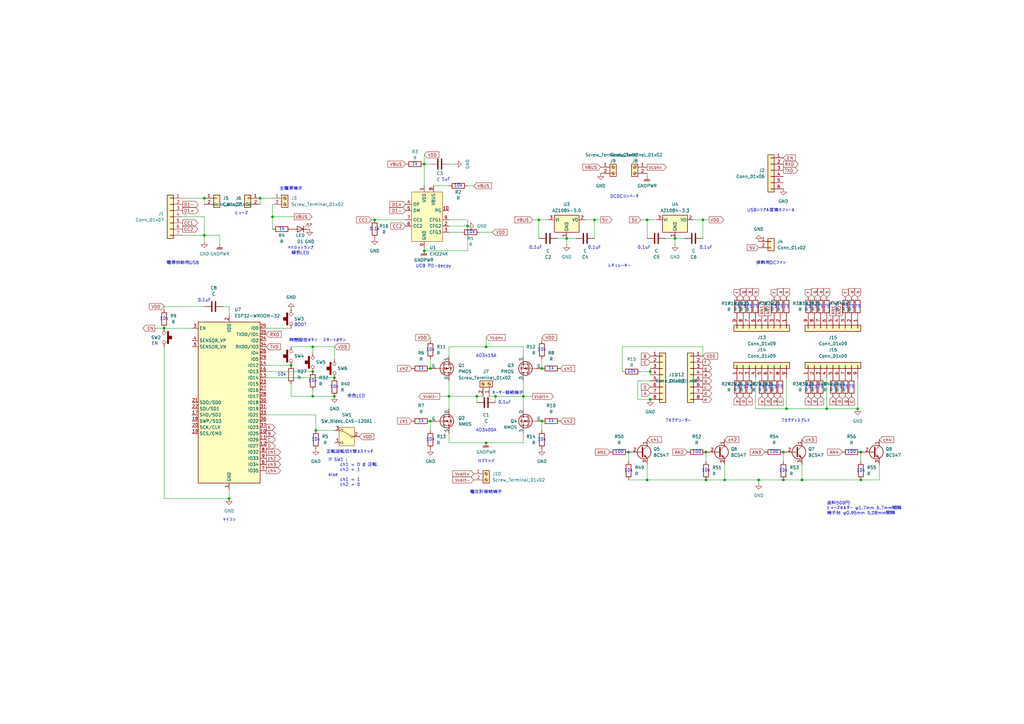
<source format=kicad_sch>
(kicad_sch (version 20231120) (generator "eeschema") (generator_version "8.0")
  (paper "A3")
  (lib_symbols
    (symbol "0my_project:CH224K"
      (property "Reference" "U" (at 2.54 15.24 0))
      (property "Value" "CH224K" (at 5.08 -11.43 0))
      (symbol "CH224K_0_0"
        (pin passive line (at -1.27 -12.7 90) (length 2.54) (name "GND") (number "0"))
        (pin power_in line (at -1.27 12.7 270) (length 2.54) (name "VDD") (number "1"))
        (pin output line (at 8.89 2.54 180) (length 2.54) (name "PG") (number "10"))
        (pin input line (at 8.89 -3.81 180) (length 2.54) (name "CFG2") (number "2"))
        (pin input line (at 8.89 -6.35 180) (length 2.54) (name "CFG3") (number "3"))
        (pin bidirectional line (at -8.89 5.08 0) (length 2.54) (name "DP") (number "4"))
        (pin bidirectional line (at -8.89 2.54 0) (length 2.54) (name "DM") (number "5"))
        (pin bidirectional line (at -8.89 -3.81 0) (length 2.54) (name "CC2") (number "6"))
        (pin bidirectional line (at -8.89 -1.27 0) (length 2.54) (name "CC1") (number "7"))
        (pin power_in line (at 2.54 12.7 270) (length 2.54) (name "VBUS") (number "8"))
        (pin input line (at 8.89 -1.27 180) (length 2.54) (name "CFG1") (number "9"))
      )
    )
    (symbol "0my_project:DTSM-6x" (pin_numbers hide) (pin_names (offset 0) hide)
      (property "Reference" "SW" (at 3.175 3.81 0))
      (symbol "DTSM-6x_1_1"
        (pin passive line (at -3.81 0 0) (length 1.27) (name "A") (number "1"))
        (pin passive line (at -3.81 0 0) (length 1.27) hide (name "B") (number "2"))
        (pin passive line (at 3.81 0 180) (length 1.27) (name "C") (number "3"))
        (pin passive line (at 3.81 0 180) (length 1.27) hide (name "D") (number "4"))
      )
    )
    (symbol "Connector:Screw_Terminal_01x02" (pin_names (offset 1.016) hide)
      (property "Reference" "J" (at 0 2.54 0))
      (property "Value" "Screw_Terminal_01x02" (at 0 -5.08 0))
      (symbol "Screw_Terminal_01x02_1_1"
        (pin passive line (at -5.08 0 0) (length 3.81) (name "Pin_1") (number "1"))
        (pin passive line (at -5.08 -2.54 0) (length 3.81) (name "Pin_2") (number "2"))
      )
    )
    (symbol "Connector_Generic:Conn_01x02" (pin_names (offset 1.016) hide)
      (property "Reference" "J" (at 0 2.54 0))
      (property "Value" "Conn_01x02" (at 0 -5.08 0))
      (symbol "Conn_01x02_1_1"
        (pin passive line (at -5.08 0 0) (length 3.81) (name "Pin_1") (number "1"))
        (pin passive line (at -5.08 -2.54 0) (length 3.81) (name "Pin_2") (number "2"))
      )
    )
    (symbol "Connector_Generic:Conn_01x06" (pin_names (offset 1.016) hide)
      (property "Reference" "J" (at 0 7.62 0))
      (property "Value" "Conn_01x06" (at 0 -10.16 0))
      (symbol "Conn_01x06_1_1"
        (pin passive line (at -5.08 5.08 0) (length 3.81) (name "Pin_1") (number "1"))
        (pin passive line (at -5.08 2.54 0) (length 3.81) (name "Pin_2") (number "2"))
        (pin passive line (at -5.08 0 0) (length 3.81) (name "Pin_3") (number "3"))
        (pin passive line (at -5.08 -2.54 0) (length 3.81) (name "Pin_4") (number "4"))
        (pin passive line (at -5.08 -5.08 0) (length 3.81) (name "Pin_5") (number "5"))
        (pin passive line (at -5.08 -7.62 0) (length 3.81) (name "Pin_6") (number "6"))
      )
    )
    (symbol "Connector_Generic:Conn_01x07" (pin_names (offset 1.016) hide)
      (property "Reference" "J" (at 0 10.16 0))
      (property "Value" "Conn_01x07" (at 0 -10.16 0))
      (symbol "Conn_01x07_1_1"
        (pin passive line (at -5.08 7.62 0) (length 3.81) (name "Pin_1") (number "1"))
        (pin passive line (at -5.08 5.08 0) (length 3.81) (name "Pin_2") (number "2"))
        (pin passive line (at -5.08 2.54 0) (length 3.81) (name "Pin_3") (number "3"))
        (pin passive line (at -5.08 0 0) (length 3.81) (name "Pin_4") (number "4"))
        (pin passive line (at -5.08 -2.54 0) (length 3.81) (name "Pin_5") (number "5"))
        (pin passive line (at -5.08 -5.08 0) (length 3.81) (name "Pin_6") (number "6"))
        (pin passive line (at -5.08 -7.62 0) (length 3.81) (name "Pin_7") (number "7"))
      )
    )
    (symbol "Connector_Generic:Conn_01x08" (pin_names (offset 1.016) hide)
      (property "Reference" "J" (at 0 10.16 0))
      (property "Value" "Conn_01x08" (at 0 -12.7 0))
      (symbol "Conn_01x08_1_1"
        (pin passive line (at -5.08 7.62 0) (length 3.81) (name "Pin_1") (number "1"))
        (pin passive line (at -5.08 5.08 0) (length 3.81) (name "Pin_2") (number "2"))
        (pin passive line (at -5.08 2.54 0) (length 3.81) (name "Pin_3") (number "3"))
        (pin passive line (at -5.08 0 0) (length 3.81) (name "Pin_4") (number "4"))
        (pin passive line (at -5.08 -2.54 0) (length 3.81) (name "Pin_5") (number "5"))
        (pin passive line (at -5.08 -5.08 0) (length 3.81) (name "Pin_6") (number "6"))
        (pin passive line (at -5.08 -7.62 0) (length 3.81) (name "Pin_7") (number "7"))
        (pin passive line (at -5.08 -10.16 0) (length 3.81) (name "Pin_8") (number "8"))
      )
    )
    (symbol "Connector_Generic:Conn_01x09" (pin_names (offset 1.016) hide)
      (property "Reference" "J" (at 0 12.7 0))
      (property "Value" "Conn_01x09" (at 0 -12.7 0))
      (symbol "Conn_01x09_1_1"
        (pin passive line (at -5.08 10.16 0) (length 3.81) (name "Pin_1") (number "1"))
        (pin passive line (at -5.08 7.62 0) (length 3.81) (name "Pin_2") (number "2"))
        (pin passive line (at -5.08 5.08 0) (length 3.81) (name "Pin_3") (number "3"))
        (pin passive line (at -5.08 2.54 0) (length 3.81) (name "Pin_4") (number "4"))
        (pin passive line (at -5.08 0 0) (length 3.81) (name "Pin_5") (number "5"))
        (pin passive line (at -5.08 -2.54 0) (length 3.81) (name "Pin_6") (number "6"))
        (pin passive line (at -5.08 -5.08 0) (length 3.81) (name "Pin_7") (number "7"))
        (pin passive line (at -5.08 -7.62 0) (length 3.81) (name "Pin_8") (number "8"))
        (pin passive line (at -5.08 -10.16 0) (length 3.81) (name "Pin_9") (number "9"))
      )
    )
    (symbol "Device:C" (pin_numbers hide) (pin_names (offset 0.254))
      (property "Reference" "C" (at 0.635 2.54 0))
      (property "Value" "C" (at 0.635 -2.54 0))
      (symbol "C_1_1"
        (pin passive line (at 0 3.81 270) (length 2.794) (name "~") (number "1"))
        (pin passive line (at 0 -3.81 90) (length 2.794) (name "~") (number "2"))
      )
    )
    (symbol "Device:LED" (pin_numbers hide) (pin_names (offset 1.016) hide)
      (property "Reference" "D" (at 0 2.54 0))
      (property "Value" "LED" (at 0 -2.54 0))
      (symbol "LED_1_1"
        (pin passive line (at -3.81 0 0) (length 2.54) (name "K") (number "1"))
        (pin passive line (at 3.81 0 180) (length 2.54) (name "A") (number "2"))
      )
    )
    (symbol "Device:R" (pin_numbers hide) (pin_names (offset 0))
      (property "Reference" "R" (at 2.032 0 90))
      (property "Value" "R" (at 0 0 90))
      (symbol "R_1_1"
        (pin passive line (at 0 3.81 270) (length 1.27) (name "~") (number "1"))
        (pin passive line (at 0 -3.81 90) (length 1.27) (name "~") (number "2"))
      )
    )
    (symbol "RF_Module:ESP32-WROOM-32"
      (property "Reference" "U" (at -12.7 34.29 0))
      (property "Value" "ESP32-WROOM-32" (at 1.27 34.29 0))
      (symbol "ESP32-WROOM-32_1_1"
        (pin power_in line (at 0 -35.56 90) (length 2.54) (name "GND") (number "1"))
        (pin bidirectional line (at 15.24 -12.7 180) (length 2.54) (name "IO25") (number "10"))
        (pin bidirectional line (at 15.24 -15.24 180) (length 2.54) (name "IO26") (number "11"))
        (pin bidirectional line (at 15.24 -17.78 180) (length 2.54) (name "IO27") (number "12"))
        (pin bidirectional line (at 15.24 10.16 180) (length 2.54) (name "IO14") (number "13"))
        (pin bidirectional line (at 15.24 15.24 180) (length 2.54) (name "IO12") (number "14"))
        (pin passive line (at 0 -35.56 90) (length 2.54) hide (name "GND") (number "15"))
        (pin bidirectional line (at 15.24 12.7 180) (length 2.54) (name "IO13") (number "16"))
        (pin bidirectional line (at -15.24 -5.08 0) (length 2.54) (name "SHD/SD2") (number "17"))
        (pin bidirectional line (at -15.24 -7.62 0) (length 2.54) (name "SWP/SD3") (number "18"))
        (pin bidirectional line (at -15.24 -12.7 0) (length 2.54) (name "SCS/CMD") (number "19"))
        (pin power_in line (at 0 35.56 270) (length 2.54) (name "VDD") (number "2"))
        (pin bidirectional line (at -15.24 -10.16 0) (length 2.54) (name "SCK/CLK") (number "20"))
        (pin bidirectional line (at -15.24 0 0) (length 2.54) (name "SDO/SD0") (number "21"))
        (pin bidirectional line (at -15.24 -2.54 0) (length 2.54) (name "SDI/SD1") (number "22"))
        (pin bidirectional line (at 15.24 7.62 180) (length 2.54) (name "IO15") (number "23"))
        (pin bidirectional line (at 15.24 25.4 180) (length 2.54) (name "IO2") (number "24"))
        (pin bidirectional line (at 15.24 30.48 180) (length 2.54) (name "IO0") (number "25"))
        (pin bidirectional line (at 15.24 20.32 180) (length 2.54) (name "IO4") (number "26"))
        (pin bidirectional line (at 15.24 5.08 180) (length 2.54) (name "IO16") (number "27"))
        (pin bidirectional line (at 15.24 2.54 180) (length 2.54) (name "IO17") (number "28"))
        (pin bidirectional line (at 15.24 17.78 180) (length 2.54) (name "IO5") (number "29"))
        (pin input line (at -15.24 30.48 0) (length 2.54) (name "EN") (number "3"))
        (pin bidirectional line (at 15.24 0 180) (length 2.54) (name "IO18") (number "30"))
        (pin bidirectional line (at 15.24 -2.54 180) (length 2.54) (name "IO19") (number "31"))
        (pin no_connect line (at -12.7 -27.94 0) (length 2.54) hide (name "NC") (number "32"))
        (pin bidirectional line (at 15.24 -5.08 180) (length 2.54) (name "IO21") (number "33"))
        (pin bidirectional line (at 15.24 22.86 180) (length 2.54) (name "RXD0/IO3") (number "34"))
        (pin bidirectional line (at 15.24 27.94 180) (length 2.54) (name "TXD0/IO1") (number "35"))
        (pin bidirectional line (at 15.24 -7.62 180) (length 2.54) (name "IO22") (number "36"))
        (pin bidirectional line (at 15.24 -10.16 180) (length 2.54) (name "IO23") (number "37"))
        (pin passive line (at 0 -35.56 90) (length 2.54) hide (name "GND") (number "38"))
        (pin passive line (at 0 -35.56 90) (length 2.54) hide (name "GND") (number "39"))
        (pin input line (at -15.24 25.4 0) (length 2.54) (name "SENSOR_VP") (number "4"))
        (pin input line (at -15.24 22.86 0) (length 2.54) (name "SENSOR_VN") (number "5"))
        (pin input line (at 15.24 -25.4 180) (length 2.54) (name "IO34") (number "6"))
        (pin input line (at 15.24 -27.94 180) (length 2.54) (name "IO35") (number "7"))
        (pin bidirectional line (at 15.24 -20.32 180) (length 2.54) (name "IO32") (number "8"))
        (pin bidirectional line (at 15.24 -22.86 180) (length 2.54) (name "IO33") (number "9"))
      )
    )
    (symbol "Regulator_Linear:AZ1084-3.3" (pin_names (offset 0.254))
      (property "Reference" "U" (at -3.81 3.175 0))
      (property "Value" "AZ1084-3.3" (at 0 3.175 0))
      (symbol "AZ1084-3.3_1_1"
        (pin power_in line (at 0 -7.62 90) (length 2.54) (name "GND") (number "1"))
        (pin power_out line (at 7.62 0 180) (length 2.54) (name "VO") (number "2"))
        (pin power_in line (at -7.62 0 0) (length 2.54) (name "VI") (number "3"))
      )
    )
    (symbol "Regulator_Linear:AZ1084-5.0" (pin_names (offset 0.254))
      (property "Reference" "U" (at -3.81 3.175 0))
      (property "Value" "AZ1084-5.0" (at 0 3.175 0))
      (symbol "AZ1084-5.0_1_1"
        (pin power_in line (at 0 -7.62 90) (length 2.54) (name "GND") (number "1"))
        (pin power_out line (at 7.62 0 180) (length 2.54) (name "VO") (number "2"))
        (pin power_in line (at -7.62 0 0) (length 2.54) (name "VI") (number "3"))
      )
    )
    (symbol "Simulation_SPICE:NMOS" (pin_numbers hide) (pin_names (offset 0))
      (property "Reference" "Q" (at 5.08 1.27 0))
      (property "Value" "NMOS" (at 5.08 -1.27 0))
      (symbol "NMOS_1_1"
        (pin passive line (at 2.54 5.08 270) (length 2.54) (name "D") (number "1"))
        (pin input line (at -5.08 0 0) (length 2.54) (name "G") (number "2"))
        (pin passive line (at 2.54 -5.08 90) (length 2.54) (name "S") (number "3"))
      )
    )
    (symbol "Simulation_SPICE:PMOS" (pin_numbers hide) (pin_names (offset 0))
      (property "Reference" "Q" (at 5.08 1.27 0))
      (property "Value" "PMOS" (at 5.08 -1.27 0))
      (symbol "PMOS_1_1"
        (pin passive line (at 2.54 5.08 270) (length 2.54) (name "D") (number "1"))
        (pin input line (at -5.08 0 0) (length 2.54) (name "G") (number "2"))
        (pin passive line (at 2.54 -5.08 90) (length 2.54) (name "S") (number "3"))
      )
    )
    (symbol "Switch:SW_Nidec_CAS-120A1" (pin_names (offset 1) hide)
      (property "Reference" "SW" (at 0 4.318 0))
      (property "Value" "SW_Nidec_CAS-120A1" (at 0 -5.08 0))
      (symbol "SW_Nidec_CAS-120A1_1_1"
        (pin passive line (at 5.08 -2.54 180) (length 2.54) (name "C") (number "1"))
        (pin passive line (at -5.08 0 0) (length 2.54) (name "B") (number "2"))
        (pin passive line (at 5.08 2.54 180) (length 2.54) (name "A") (number "3"))
      )
    )
    (symbol "Transistor_BJT:BC547" (pin_names (offset 0) hide)
      (property "Reference" "Q" (at 5.08 1.905 0))
      (property "Value" "BC547" (at 5.08 0 0))
      (symbol "BC547_1_1"
        (pin passive line (at 2.54 5.08 270) (length 2.54) (name "C") (number "1"))
        (pin input line (at -5.08 0 0) (length 5.08) (name "B") (number "2"))
        (pin passive line (at 2.54 -5.08 90) (length 2.54) (name "E") (number "3"))
      )
    )
    (symbol "power:GND" (power) (pin_numbers hide) (pin_names (offset 0) hide)
      (property "Value" "GND" (at 0 -3.81 0))
      (symbol "GND_1_1"
        (pin power_in line (at 0 0 270) (length 0) (name "~") (number "1"))
      )
    )
    (symbol "power:GNDPWR" (power) (pin_numbers hide) (pin_names (offset 0) hide)
      (property "Value" "GNDPWR" (at 0 -3.302 0))
      (symbol "GNDPWR_1_1"
        (pin power_in line (at 0 0 270) (length 0) (name "~") (number "1"))
      )
    )
  )
  (junction (at 243.84 90.17))
  (junction (at 106.68 81.28))
  (junction (at 129.54 176.53))
  (junction (at 137.16 154.94))
  (junction (at 276.86 97.79))
  (junction (at 111.76 88.9))
  (junction (at 128.27 162.56))
  (junction (at 203.2 162.56))
  (junction (at 311.15 196.85))
  (junction (at 173.99 102.87))
  (junction (at 321.31 185.42))
  (junction (at 339.09 167.64))
  (junction (at 199.39 181.61))
  (junction (at 184.15 162.56))
  (junction (at 265.43 196.85))
  (junction (at 289.56 196.85))
  (junction (at 137.16 162.56))
  (junction (at 199.39 142.24))
  (junction (at 266.7 163.83))
  (junction (at 173.99 67.31))
  (junction (at 328.93 196.85))
  (junction (at 351.79 167.64))
  (junction (at 83.82 96.52))
  (junction (at 353.06 196.85))
  (junction (at 353.06 185.42))
  (junction (at 289.56 185.42))
  (junction (at 322.58 167.64))
  (junction (at 214.63 162.56))
  (junction (at 83.82 81.28))
  (junction (at 67.31 134.62))
  (junction (at 288.29 90.17))
  (junction (at 220.98 90.17))
  (junction (at 119.38 149.86))
  (junction (at 222.25 172.72))
  (junction (at 128.27 152.4))
  (junction (at 128.27 142.24))
  (junction (at 176.53 151.13))
  (junction (at 265.43 90.17))
  (junction (at 232.41 97.79))
  (junction (at 321.31 196.85))
  (junction (at 266.7 152.4))
  (junction (at 297.18 196.85))
  (junction (at 176.53 172.72))
  (junction (at 257.81 185.42))
  (junction (at 195.58 162.56))
  (junction (at 93.98 204.47))
  (junction (at 222.25 151.13))
  (junction (at 191.77 92.71))
  (junction (at 153.67 90.17))
  (wire (pts (xy 222.25 138.43) (xy 222.25 139.7)))
  (wire (pts (xy 339.09 167.64) (xy 351.79 167.64)))
  (wire (pts (xy 195.58 162.56) (xy 195.58 165.1)))
  (wire (pts (xy 222.25 151.13) (xy 222.25 147.32)))
  (wire (pts (xy 243.84 90.17) (xy 243.84 97.79)))
  (wire (pts (xy 106.68 81.28) (xy 106.68 83.82)))
  (wire (pts (xy 321.31 196.85) (xy 328.93 196.85)))
  (wire (pts (xy 128.27 142.24) (xy 137.16 142.24)))
  (wire (pts (xy 289.56 185.42) (xy 289.56 189.23)))
  (wire (pts (xy 284.48 90.17) (xy 288.29 90.17)))
  (wire (pts (xy 214.63 162.56) (xy 214.63 167.64)))
  (wire (pts (xy 74.93 81.28) (xy 83.82 81.28)))
  (wire (pts (xy 255.27 142.24) (xy 255.27 152.4)))
  (wire (pts (xy 199.39 138.43) (xy 199.39 142.24)))
  (wire (pts (xy 119.38 142.24) (xy 128.27 142.24)))
  (wire (pts (xy 83.82 81.28) (xy 85.09 81.28)))
  (wire (pts (xy 214.63 156.21) (xy 214.63 162.56)))
  (wire (pts (xy 93.98 204.47) (xy 93.98 200.66)))
  (wire (pts (xy 353.06 185.42) (xy 353.06 189.23)))
  (wire (pts (xy 152.4 90.17) (xy 153.67 90.17)))
  (wire (pts (xy 243.84 90.17) (xy 246.38 90.17)))
  (wire (pts (xy 214.63 162.56) (xy 218.44 162.56)))
  (wire (pts (xy 93.98 125.73) (xy 93.98 129.54)))
  (wire (pts (xy 309.88 154.94) (xy 309.88 167.64)))
  (wire (pts (xy 129.54 176.53) (xy 137.16 176.53)))
  (wire (pts (xy 191.77 102.87) (xy 173.99 102.87)))
  (wire (pts (xy 91.44 125.73) (xy 93.98 125.73)))
  (wire (pts (xy 173.99 67.31) (xy 176.53 67.31)))
  (wire (pts (xy 109.22 170.18) (xy 129.54 170.18)))
  (wire (pts (xy 184.15 162.56) (xy 184.15 167.64)))
  (wire (pts (xy 74.93 88.9) (xy 83.82 88.9)))
  (wire (pts (xy 173.99 101.6) (xy 173.99 102.87)))
  (wire (pts (xy 289.56 196.85) (xy 297.18 196.85)))
  (wire (pts (xy 184.15 142.24) (xy 199.39 142.24)))
  (wire (pts (xy 297.18 196.85) (xy 311.15 196.85)))
  (wire (pts (xy 173.99 63.5) (xy 173.99 67.31)))
  (wire (pts (xy 176.53 138.43) (xy 176.53 139.7)))
  (wire (pts (xy 199.39 142.24) (xy 214.63 142.24)))
  (wire (pts (xy 83.82 96.52) (xy 83.82 99.06)))
  (wire (pts (xy 214.63 142.24) (xy 214.63 146.05)))
  (wire (pts (xy 240.03 90.17) (xy 243.84 90.17)))
  (wire (pts (xy 137.16 142.24) (xy 137.16 147.32)))
  (wire (pts (xy 173.99 67.31) (xy 173.99 76.2)))
  (wire (pts (xy 297.18 190.5) (xy 297.18 196.85)))
  (wire (pts (xy 176.53 147.32) (xy 176.53 151.13)))
  (wire (pts (xy 288.29 146.05) (xy 288.29 142.24)))
  (wire (pts (xy 184.15 90.17) (xy 191.77 90.17)))
  (wire (pts (xy 288.29 90.17) (xy 290.83 90.17)))
  (wire (pts (xy 328.93 190.5) (xy 328.93 196.85)))
  (wire (pts (xy 186.69 67.31) (xy 184.15 67.31)))
  (wire (pts (xy 67.31 125.73) (xy 67.31 127)))
  (wire (pts (xy 203.2 162.56) (xy 203.2 165.1)))
  (wire (pts (xy 119.38 157.48) (xy 119.38 162.56)))
  (wire (pts (xy 232.41 97.79) (xy 232.41 100.33)))
  (wire (pts (xy 184.15 142.24) (xy 184.15 146.05)))
  (wire (pts (xy 153.67 90.17) (xy 166.37 90.17)))
  (wire (pts (xy 74.93 96.52) (xy 83.82 96.52)))
  (wire (pts (xy 273.05 97.79) (xy 276.86 97.79)))
  (wire (pts (xy 128.27 142.24) (xy 128.27 144.78)))
  (wire (pts (xy 184.15 95.25) (xy 189.23 95.25)))
  (wire (pts (xy 111.76 83.82) (xy 111.76 88.9)))
  (wire (pts (xy 265.43 190.5) (xy 265.43 196.85)))
  (wire (pts (xy 195.58 162.56) (xy 198.12 162.56)))
  (wire (pts (xy 83.82 88.9) (xy 83.82 96.52)))
  (wire (pts (xy 67.31 125.73) (xy 83.82 125.73)))
  (wire (pts (xy 184.15 162.56) (xy 195.58 162.56)))
  (wire (pts (xy 203.2 162.56) (xy 214.63 162.56)))
  (wire (pts (xy 288.29 90.17) (xy 288.29 97.79)))
  (wire (pts (xy 196.85 95.25) (xy 201.93 95.25)))
  (wire (pts (xy 176.53 172.72) (xy 176.53 176.53)))
  (wire (pts (xy 228.6 97.79) (xy 232.41 97.79)))
  (wire (pts (xy 266.7 151.13) (xy 266.7 152.4)))
  (wire (pts (xy 266.7 156.21) (xy 261.62 156.21)))
  (wire (pts (xy 63.5 134.62) (xy 67.31 134.62)))
  (wire (pts (xy 119.38 162.56) (xy 128.27 162.56)))
  (wire (pts (xy 67.31 142.24) (xy 67.31 204.47)))
  (wire (pts (xy 184.15 181.61) (xy 184.15 177.8)))
  (wire (pts (xy 360.68 190.5) (xy 360.68 196.85)))
  (wire (pts (xy 218.44 90.17) (xy 220.98 90.17)))
  (wire (pts (xy 128.27 162.56) (xy 137.16 162.56)))
  (wire (pts (xy 200.66 162.56) (xy 203.2 162.56)))
  (wire (pts (xy 214.63 181.61) (xy 214.63 177.8)))
  (wire (pts (xy 191.77 76.2) (xy 194.31 76.2)))
  (wire (pts (xy 261.62 163.83) (xy 266.7 163.83)))
  (wire (pts (xy 109.22 154.94) (xy 137.16 154.94)))
  (wire (pts (xy 109.22 134.62) (xy 119.38 134.62)))
  (wire (pts (xy 222.25 172.72) (xy 222.25 176.53)))
  (wire (pts (xy 262.89 90.17) (xy 265.43 90.17)))
  (wire (pts (xy 220.98 90.17) (xy 224.79 90.17)))
  (wire (pts (xy 109.22 149.86) (xy 119.38 149.86)))
  (wire (pts (xy 261.62 156.21) (xy 261.62 163.83)))
  (wire (pts (xy 265.43 196.85) (xy 289.56 196.85)))
  (wire (pts (xy 191.77 90.17) (xy 191.77 92.71)))
  (wire (pts (xy 106.68 81.28) (xy 111.76 81.28)))
  (wire (pts (xy 128.27 160.02) (xy 128.27 162.56)))
  (wire (pts (xy 191.77 92.71) (xy 191.77 102.87)))
  (wire (pts (xy 309.88 167.64) (xy 322.58 167.64)))
  (wire (pts (xy 67.31 134.62) (xy 78.74 134.62)))
  (wire (pts (xy 321.31 185.42) (xy 321.31 189.23)))
  (wire (pts (xy 288.29 142.24) (xy 255.27 142.24)))
  (wire (pts (xy 257.81 185.42) (xy 257.81 189.23)))
  (wire (pts (xy 265.43 72.39) (xy 265.43 71.12)))
  (wire (pts (xy 353.06 196.85) (xy 360.68 196.85)))
  (wire (pts (xy 67.31 204.47) (xy 93.98 204.47)))
  (wire (pts (xy 262.89 152.4) (xy 266.7 152.4)))
  (wire (pts (xy 184.15 156.21) (xy 184.15 162.56)))
  (wire (pts (xy 180.34 162.56) (xy 184.15 162.56)))
  (wire (pts (xy 129.54 170.18) (xy 129.54 176.53)))
  (wire (pts (xy 311.15 196.85) (xy 321.31 196.85)))
  (wire (pts (xy 276.86 97.79) (xy 280.67 97.79)))
  (wire (pts (xy 276.86 97.79) (xy 276.86 100.33)))
  (wire (pts (xy 232.41 97.79) (xy 236.22 97.79)))
  (wire (pts (xy 339.09 154.94) (xy 339.09 167.64)))
  (wire (pts (xy 90.17 96.52) (xy 83.82 96.52)))
  (wire (pts (xy 266.7 152.4) (xy 266.7 153.67)))
  (wire (pts (xy 311.15 196.85) (xy 311.15 198.12)))
  (wire (pts (xy 90.17 100.33) (xy 90.17 96.52)))
  (wire (pts (xy 184.15 92.71) (xy 191.77 92.71)))
  (wire (pts (xy 111.76 88.9) (xy 120.65 88.9)))
  (wire (pts (xy 351.79 154.94) (xy 351.79 167.64)))
  (wire (pts (xy 220.98 90.17) (xy 220.98 97.79)))
  (wire (pts (xy 322.58 167.64) (xy 339.09 167.64)))
  (wire (pts (xy 83.82 81.28) (xy 83.82 83.82)))
  (wire (pts (xy 111.76 88.9) (xy 111.76 93.98)))
  (wire (pts (xy 265.43 90.17) (xy 265.43 97.79)))
  (wire (pts (xy 322.58 154.94) (xy 322.58 167.64)))
  (wire (pts (xy 109.22 152.4) (xy 128.27 152.4)))
  (wire (pts (xy 269.24 90.17) (xy 265.43 90.17)))
  (wire (pts (xy 184.15 181.61) (xy 199.39 181.61)))
  (wire (pts (xy 257.81 196.85) (xy 265.43 196.85)))
  (wire (pts (xy 328.93 196.85) (xy 353.06 196.85)))
  (wire (pts (xy 199.39 181.61) (xy 214.63 181.61)))
  (wire (pts (xy 177.8 76.2) (xy 184.15 76.2)))
  (text "75\n" (at 312.42 158.75 0) (effects (font (size 1.27 1.27))))
  (text "75\n" (at 336.55 125.73 0) (effects (font (size 1.27 1.27))))
  (text "0.1uF\n" (at 219.71 101.6 0) (effects (font (size 1.27 1.27))))
  (text "UCB PD-decoy\n" (at 177.8 109.22 0) (effects (font (size 1.27 1.27))))
  (text "75\n" (at 349.25 125.73 0) (effects (font (size 1.27 1.27))))
  (text "7セグデコーダー" (at 278.13 172.72 0) (effects (font (size 1.27 1.27))))
  (text "EN" (at 63.5 140.97 0) (effects (font (size 1.27 1.27))))
  (text "Hブリッジ" (at 199.39 189.23 0) (effects (font (size 1.27 1.27))))
  (text "75\n" (at 331.47 125.73 0) (effects (font (size 1.27 1.27))))
  (text "時間設定ボタン" (at 124.46 139.7 0) (effects (font (size 1.27 1.27))))
  (text "AO3415A\n" (at 199.39 146.05 0) (effects (font (size 1.27 1.27))))
  (text "75\n" (at 322.58 125.73 0) (effects (font (size 1.27 1.27))))
  (text "75\n" (at 314.96 158.75 0) (effects (font (size 1.27 1.27))))
  (text "75\n" (at 320.04 158.75 0) (effects (font (size 1.27 1.27))))
  (text "レギュレーター" (at 254 109.22 0) (effects (font (size 1.27 1.27))))
  (text "100" (at 349.25 185.42 0) (effects (font (size 1.27 1.27))))
  (text "10k" (at 187.96 76.2 0) (effects (font (size 1.27 1.27))))
  (text "1k\n" (at 172.72 172.72 0) (effects (font (size 1.27 1.27))))
  (text "1uF\n" (at 182.88 73.66 0) (effects (font (size 1.27 1.27))))
  (text "1k" (at 170.18 67.31 0) (effects (font (size 1.27 1.27))))
  (text "10k" (at 115.57 153.67 0) (effects (font (size 1.27 1.27))))
  (text "0.1uF\n" (at 243.84 101.6 0) (effects (font (size 1.27 1.27))))
  (text "10k" (at 176.53 143.51 0) (effects (font (size 1.27 1.27))))
  (text "75\n" (at 304.8 125.73 0) (effects (font (size 1.27 1.27))))
  (text "75\n" (at 331.47 158.75 0) (effects (font (size 1.27 1.27))))
  (text "10k" (at 289.56 193.04 0) (effects (font (size 1.27 1.27))))
  (text "10k" (at 321.31 193.04 0) (effects (font (size 1.27 1.27))))
  (text "75\n" (at 304.8 158.75 0) (effects (font (size 1.27 1.27))))
  (text "モーター接続端子" (at 208.28 161.29 0) (effects (font (size 1.27 1.27))))
  (text "DCDCコンバータ" (at 250.19 80.01 0) (effects (font (size 1.27 1.27)) (justify left top)))
  (text "if SW1 :\n	ch1 = 0 # 正転\n	ch2 = 1\nelse\n	ch1 = 1\n	ch2 = 0" (at 134.62 187.96 0) (effects (font (size 1.27 1.27)) (justify left top)))
  (text "1k\n" (at 226.06 172.72 0) (effects (font (size 1.27 1.27))))
  (text "10k" (at 193.04 95.25 0) (effects (font (size 1.27 1.27))))
  (text "75\n" (at 339.09 125.73 0) (effects (font (size 1.27 1.27))))
  (text "5.1k" (at 153.67 93.98 0) (effects (font (size 1.27 1.27))))
  (text "排熱用DCファン" (at 316.23 107.95 0) (effects (font (size 1.27 1.27))))
  (text "75\n" (at 302.26 125.73 0) (effects (font (size 1.27 1.27))))
  (text "10k" (at 67.31 130.81 0) (effects (font (size 1.27 1.27))))
  (text "75\n" (at 334.01 158.75 0) (effects (font (size 1.27 1.27))))
  (text "75\n" (at 351.79 125.73 0) (effects (font (size 1.27 1.27))))
  (text "100" (at 317.5 185.42 0) (effects (font (size 1.27 1.27))))
  (text "電圧計接続端子" (at 199.39 201.93 0) (effects (font (size 1.27 1.27))))
  (text "75\n" (at 317.5 158.75 0) (effects (font (size 1.27 1.27))))
  (text "10k" (at 137.16 158.75 0) (effects (font (size 1.27 1.27))))
  (text "0.1uF\n" (at 207.01 165.1 0) (effects (font (size 1.27 1.27))))
  (text "100" (at 254 185.42 0) (effects (font (size 1.27 1.27))))
  (text "10k" (at 176.53 180.34 0) (effects (font (size 1.27 1.27))))
  (text "75\n" (at 307.34 125.73 0) (effects (font (size 1.27 1.27))))
  (text "AO3400A" (at 199.39 176.53 0) (effects (font (size 1.27 1.27))))
  (text "スタートボタン" (at 137.16 139.7 0) (effects (font (size 1.27 1.27))))
  (text "1k" (at 115.57 93.98 0) (effects (font (size 1.27 1.27))))
  (text "75\n" (at 307.34 158.75 0) (effects (font (size 1.27 1.27))))
  (text "主電源端子" (at 119.38 77.47 0) (effects (font (size 1.27 1.27))))
  (text "75\n" (at 344.17 158.75 0) (effects (font (size 1.27 1.27))))
  (text "パイロットランプ\n緑色LED" (at 123.19 102.87 0) (effects (font (size 1.27 1.27))))
  (text "USBシリアル変換モジュール" (at 316.23 86.36 0) (effects (font (size 1.27 1.27))))
  (text "10k" (at 353.06 193.04 0) (effects (font (size 1.27 1.27))))
  (text "75\n" (at 317.5 125.73 0) (effects (font (size 1.27 1.27))))
  (text "10k" (at 222.25 143.51 0) (effects (font (size 1.27 1.27))))
  (text "10k" (at 257.81 193.04 0) (effects (font (size 1.27 1.27))))
  (text "0.1uF\n" (at 83.82 123.19 0) (effects (font (size 1.27 1.27))))
  (text "ヒューズ" (at 99.06 87.63 0) (effects (font (size 1.27 1.27))))
  (text "0.1uF\n" (at 264.16 101.6 0) (effects (font (size 1.27 1.27))))
  (text "75\n" (at 346.71 125.73 0) (effects (font (size 1.27 1.27))))
  (text "7セグディスプレイ" (at 326.39 172.72 0) (effects (font (size 1.27 1.27))))
  (text "1k" (at 172.72 151.13 0) (effects (font (size 1.27 1.27))))
  (text "赤色LED" (at 146.05 162.56 0) (effects (font (size 1.27 1.27))))
  (text "75\n" (at 334.01 125.73 0) (effects (font (size 1.27 1.27))))
  (text "10k" (at 128.27 156.21 0) (effects (font (size 1.27 1.27))))
  (text "マイコン" (at 93.98 213.36 0) (effects (font (size 1.27 1.27))))
  (text "100" (at 285.75 185.42 0) (effects (font (size 1.27 1.27))))
  (text "75\n" (at 346.71 158.75 0) (effects (font (size 1.27 1.27))))
  (text "10k" (at 259.08 152.4 0) (effects (font (size 1.27 1.27))))
  (text "電源供給用USB" (at 74.93 107.95 0) (effects (font (size 1.27 1.27))))
  (text "75\n" (at 320.04 125.73 0) (effects (font (size 1.27 1.27))))
  (text "75\n" (at 309.88 125.73 0) (effects (font (size 1.27 1.27))))
  (text "10k" (at 222.25 180.34 0) (effects (font (size 1.27 1.27))))
  (text "0.1uF\n" (at 289.56 101.6 0) (effects (font (size 1.27 1.27))))
  (text "75\n" (at 302.26 158.75 0) (effects (font (size 1.27 1.27))))
  (text "正転逆転切り替えスイッチ\n" (at 143.51 185.42 0) (effects (font (size 1.27 1.27))))
  (text "1k\n" (at 226.06 151.13 0) (effects (font (size 1.27 1.27))))
  (text "75\n" (at 341.63 158.75 0) (effects (font (size 1.27 1.27))))
  (text "10k" (at 129.54 180.34 0) (effects (font (size 1.27 1.27))))
  (text "75\n" (at 349.25 158.75 0) (effects (font (size 1.27 1.27))))
  (text "BOOT\n" (at 123.19 133.35 0) (effects (font (size 1.27 1.27))))
  (text "75\n" (at 336.55 158.75 0) (effects (font (size 1.27 1.27))))
  (text "送料500円\nヒューズホルダー φ1.7mm 6.7mm間隔\n端子台 φ0.95mm 5.08mm間隔" (at 339.09 205.74 0) (effects (font (size 1.27 1.27)) (justify left top)))
  (global_label "C" (shape input) (at 266.7 148.59 180) (property "Intersheetrefs" "${INTERSHEET_REFS}" (effects (hide yes))))
  (global_label "d" (shape input) (at 314.96 162.56 270) (property "Intersheetrefs" "${INTERSHEET_REFS}" (effects (hide yes))))
  (global_label "g" (shape input) (at 334.01 121.92 90) (property "Intersheetrefs" "${INTERSHEET_REFS}" (effects (hide yes))))
  (global_label "ch4" (shape output) (at 109.22 193.04 0) (property "Intersheetrefs" "${INTERSHEET_REFS}" (effects (hide yes))))
  (global_label "AN1" (shape input) (at 250.19 185.42 180) (property "Intersheetrefs" "${INTERSHEET_REFS}" (effects (hide yes))))
  (global_label "D" (shape output) (at 109.22 182.88 0) (property "Intersheetrefs" "${INTERSHEET_REFS}" (effects (hide yes))))
  (global_label "VDD" (shape input) (at 173.99 63.5 0) (property "Intersheetrefs" "${INTERSHEET_REFS}" (effects (hide yes))))
  (global_label "d" (shape output) (at 288.29 161.29 0) (property "Intersheetrefs" "${INTERSHEET_REFS}" (effects (hide yes))))
  (global_label "e" (shape input) (at 302.26 162.56 270) (property "Intersheetrefs" "${INTERSHEET_REFS}" (effects (hide yes))))
  (global_label "RXD" (shape input) (at 109.22 137.16 0) (property "Intersheetrefs" "${INTERSHEET_REFS}" (effects (hide yes))))
  (global_label "VBUS" (shape output) (at 120.65 88.9 0) (property "Intersheetrefs" "${INTERSHEET_REFS}" (effects (hide yes))))
  (global_label "g" (shape input) (at 304.8 121.92 90) (property "Intersheetrefs" "${INTERSHEET_REFS}" (effects (hide yes))))
  (global_label "Vvolt+" (shape input) (at 194.31 194.31 180) (property "Intersheetrefs" "${INTERSHEET_REFS}" (effects (hide yes))))
  (global_label "e" (shape output) (at 288.29 163.83 0) (property "Intersheetrefs" "${INTERSHEET_REFS}" (effects (hide yes))))
  (global_label "b" (shape input) (at 339.09 121.92 90) (property "Intersheetrefs" "${INTERSHEET_REFS}" (effects (hide yes))))
  (global_label "VBUS" (shape input) (at 246.38 68.58 180) (property "Intersheetrefs" "${INTERSHEET_REFS}" (effects (hide yes))))
  (global_label "RXD" (shape output) (at 321.31 67.31 0) (property "Intersheetrefs" "${INTERSHEET_REFS}" (effects (hide yes))))
  (global_label "ch2" (shape input) (at 297.18 180.34 0) (property "Intersheetrefs" "${INTERSHEET_REFS}" (effects (hide yes))))
  (global_label "AN4" (shape input) (at 345.44 185.42 180) (property "Intersheetrefs" "${INTERSHEET_REFS}" (effects (hide yes))))
  (global_label "B" (shape input) (at 266.7 146.05 180) (property "Intersheetrefs" "${INTERSHEET_REFS}" (effects (hide yes))))
  (global_label "Vvolt-" (shape input) (at 194.31 196.85 180) (property "Intersheetrefs" "${INTERSHEET_REFS}" (effects (hide yes))))
  (global_label "Vvolt-" (shape output) (at 180.34 162.56 180) (property "Intersheetrefs" "${INTERSHEET_REFS}" (effects (hide yes))))
  (global_label "b" (shape input) (at 322.58 121.92 90) (property "Intersheetrefs" "${INTERSHEET_REFS}" (effects (hide yes))))
  (global_label "CC2" (shape input) (at 166.37 92.71 180) (property "Intersheetrefs" "${INTERSHEET_REFS}" (effects (hide yes))))
  (global_label "VDD" (shape input) (at 147.32 179.07 0) (property "Intersheetrefs" "${INTERSHEET_REFS}" (effects (hide yes))))
  (global_label "D1-" (shape output) (at 74.93 83.82 0) (property "Intersheetrefs" "${INTERSHEET_REFS}" (effects (hide yes))))
  (global_label "g" (shape input) (at 317.5 162.56 270) (property "Intersheetrefs" "${INTERSHEET_REFS}" (effects (hide yes))))
  (global_label "AN2" (shape output) (at 344.17 129.54 90) (property "Intersheetrefs" "${INTERSHEET_REFS}" (effects (hide yes))))
  (global_label "a" (shape output) (at 288.29 153.67 0) (property "Intersheetrefs" "${INTERSHEET_REFS}" (effects (hide yes))))
  (global_label "c" (shape input) (at 336.55 162.56 270) (property "Intersheetrefs" "${INTERSHEET_REFS}" (effects (hide yes))))
  (global_label "D" (shape input) (at 266.7 158.75 180) (property "Intersheetrefs" "${INTERSHEET_REFS}" (effects (hide yes))))
  (global_label "5V" (shape input) (at 262.89 90.17 180) (property "Intersheetrefs" "${INTERSHEET_REFS}" (effects (hide yes))))
  (global_label "b" (shape input) (at 351.79 121.92 90) (property "Intersheetrefs" "${INTERSHEET_REFS}" (effects (hide yes))))
  (global_label "ch2" (shape output) (at 109.22 187.96 0) (property "Intersheetrefs" "${INTERSHEET_REFS}" (effects (hide yes))))
  (global_label "f" (shape input) (at 302.26 121.92 90) (property "Intersheetrefs" "${INTERSHEET_REFS}" (effects (hide yes))))
  (global_label "Vconv" (shape output) (at 265.43 68.58 0) (property "Intersheetrefs" "${INTERSHEET_REFS}" (effects (hide yes))))
  (global_label "g" (shape output) (at 288.29 151.13 0) (property "Intersheetrefs" "${INTERSHEET_REFS}" (effects (hide yes))))
  (global_label "A" (shape input) (at 266.7 161.29 180) (property "Intersheetrefs" "${INTERSHEET_REFS}" (effects (hide yes))))
  (global_label "VDD" (shape input) (at 201.93 95.25 0) (property "Intersheetrefs" "${INTERSHEET_REFS}" (effects (hide yes))))
  (global_label "C" (shape input) (at 320.04 162.56 270) (property "Intersheetrefs" "${INTERSHEET_REFS}" (effects (hide yes))))
  (global_label "ch2" (shape input) (at 229.87 172.72 0) (property "Intersheetrefs" "${INTERSHEET_REFS}" (effects (hide yes))))
  (global_label "VDD" (shape input) (at 176.53 138.43 180) (property "Intersheetrefs" "${INTERSHEET_REFS}" (effects (hide yes))))
  (global_label "b" (shape output) (at 288.29 156.21 0) (property "Intersheetrefs" "${INTERSHEET_REFS}" (effects (hide yes))))
  (global_label "EN" (shape input) (at 321.31 64.77 0) (property "Intersheetrefs" "${INTERSHEET_REFS}" (effects (hide yes))))
  (global_label "ch3" (shape input) (at 328.93 180.34 0) (property "Intersheetrefs" "${INTERSHEET_REFS}" (effects (hide yes))))
  (global_label "ch1" (shape output) (at 109.22 185.42 0) (property "Intersheetrefs" "${INTERSHEET_REFS}" (effects (hide yes))))
  (global_label "A" (shape output) (at 109.22 175.26 0) (property "Intersheetrefs" "${INTERSHEET_REFS}" (effects (hide yes))))
  (global_label "d" (shape input) (at 344.17 162.56 270) (property "Intersheetrefs" "${INTERSHEET_REFS}" (effects (hide yes))))
  (global_label "VBUS" (shape input) (at 166.37 67.31 180) (property "Intersheetrefs" "${INTERSHEET_REFS}" (effects (hide yes))))
  (global_label "Vconv" (shape input) (at 199.39 138.43 0) (property "Intersheetrefs" "${INTERSHEET_REFS}" (effects (hide yes))))
  (global_label "f" (shape input) (at 331.47 121.92 90) (property "Intersheetrefs" "${INTERSHEET_REFS}" (effects (hide yes))))
  (global_label "d" (shape input) (at 334.01 162.56 270) (property "Intersheetrefs" "${INTERSHEET_REFS}" (effects (hide yes))))
  (global_label "e" (shape input) (at 312.42 162.56 270) (property "Intersheetrefs" "${INTERSHEET_REFS}" (effects (hide yes))))
  (global_label "d" (shape input) (at 304.8 162.56 270) (property "Intersheetrefs" "${INTERSHEET_REFS}" (effects (hide yes))))
  (global_label "CC1" (shape output) (at 74.93 91.44 0) (property "Intersheetrefs" "${INTERSHEET_REFS}" (effects (hide yes))))
  (global_label "AN2" (shape output) (at 314.96 129.54 90) (property "Intersheetrefs" "${INTERSHEET_REFS}" (effects (hide yes))))
  (global_label "ch4" (shape input) (at 360.68 180.34 0) (property "Intersheetrefs" "${INTERSHEET_REFS}" (effects (hide yes))))
  (global_label "AN3" (shape input) (at 313.69 185.42 180) (property "Intersheetrefs" "${INTERSHEET_REFS}" (effects (hide yes))))
  (global_label "c" (shape input) (at 307.34 162.56 270) (property "Intersheetrefs" "${INTERSHEET_REFS}" (effects (hide yes))))
  (global_label "ch1" (shape input) (at 229.87 151.13 0) (property "Intersheetrefs" "${INTERSHEET_REFS}" (effects (hide yes))))
  (global_label "D1-" (shape input) (at 166.37 86.36 180) (property "Intersheetrefs" "${INTERSHEET_REFS}" (effects (hide yes))))
  (global_label "ch2" (shape input) (at 168.91 151.13 180) (property "Intersheetrefs" "${INTERSHEET_REFS}" (effects (hide yes))))
  (global_label "CC2" (shape output) (at 74.93 93.98 0) (property "Intersheetrefs" "${INTERSHEET_REFS}" (effects (hide yes))))
  (global_label "e" (shape input) (at 341.63 162.56 270) (property "Intersheetrefs" "${INTERSHEET_REFS}" (effects (hide yes))))
  (global_label "VDD" (shape input) (at 137.16 142.24 0) (property "Intersheetrefs" "${INTERSHEET_REFS}" (effects (hide yes))))
  (global_label "f" (shape input) (at 346.71 121.92 90) (property "Intersheetrefs" "${INTERSHEET_REFS}" (effects (hide yes))))
  (global_label "EN" (shape output) (at 63.5 134.62 180) (property "Intersheetrefs" "${INTERSHEET_REFS}" (effects (hide yes))))
  (global_label "C" (shape input) (at 349.25 162.56 270) (property "Intersheetrefs" "${INTERSHEET_REFS}" (effects (hide yes))))
  (global_label "b" (shape input) (at 309.88 121.92 90) (property "Intersheetrefs" "${INTERSHEET_REFS}" (effects (hide yes))))
  (global_label "a" (shape input) (at 336.55 121.92 90) (property "Intersheetrefs" "${INTERSHEET_REFS}" (effects (hide yes))))
  (global_label "Vvolt+" (shape output) (at 218.44 162.56 0) (property "Intersheetrefs" "${INTERSHEET_REFS}" (effects (hide yes))))
  (global_label "VDD" (shape input) (at 67.31 125.73 180) (property "Intersheetrefs" "${INTERSHEET_REFS}" (effects (hide yes))))
  (global_label "B" (shape output) (at 109.22 177.8 0) (property "Intersheetrefs" "${INTERSHEET_REFS}" (effects (hide yes))))
  (global_label "VBUS" (shape input) (at 218.44 90.17 180) (property "Intersheetrefs" "${INTERSHEET_REFS}" (effects (hide yes))))
  (global_label "VDD" (shape input) (at 288.29 146.05 0) (property "Intersheetrefs" "${INTERSHEET_REFS}" (effects (hide yes))))
  (global_label "AN2" (shape input) (at 281.94 185.42 180) (property "Intersheetrefs" "${INTERSHEET_REFS}" (effects (hide yes))))
  (global_label "f" (shape input) (at 317.5 121.92 90) (property "Intersheetrefs" "${INTERSHEET_REFS}" (effects (hide yes))))
  (global_label "D1+" (shape input) (at 166.37 83.82 180) (property "Intersheetrefs" "${INTERSHEET_REFS}" (effects (hide yes))))
  (global_label "CC1" (shape input) (at 152.4 90.17 180) (property "Intersheetrefs" "${INTERSHEET_REFS}" (effects (hide yes))))
  (global_label "c" (shape output) (at 288.29 158.75 0) (property "Intersheetrefs" "${INTERSHEET_REFS}" (effects (hide yes))))
  (global_label "ch3" (shape output) (at 109.22 190.5 0) (property "Intersheetrefs" "${INTERSHEET_REFS}" (effects (hide yes))))
  (global_label "ch1" (shape input) (at 168.91 172.72 180) (property "Intersheetrefs" "${INTERSHEET_REFS}" (effects (hide yes))))
  (global_label "AN1" (shape output) (at 341.63 129.54 90) (property "Intersheetrefs" "${INTERSHEET_REFS}" (effects (hide yes))))
  (global_label "a" (shape input) (at 349.25 121.92 90) (property "Intersheetrefs" "${INTERSHEET_REFS}" (effects (hide yes))))
  (global_label "ch1" (shape input) (at 265.43 180.34 0) (property "Intersheetrefs" "${INTERSHEET_REFS}" (effects (hide yes))))
  (global_label "TXD" (shape input) (at 109.22 142.24 0) (property "Intersheetrefs" "${INTERSHEET_REFS}" (effects (hide yes))))
  (global_label "a" (shape input) (at 307.34 121.92 90) (property "Intersheetrefs" "${INTERSHEET_REFS}" (effects (hide yes))))
  (global_label "TXD" (shape output) (at 321.31 69.85 0) (property "Intersheetrefs" "${INTERSHEET_REFS}" (effects (hide yes))))
  (global_label "f" (shape output) (at 288.29 148.59 0) (property "Intersheetrefs" "${INTERSHEET_REFS}" (effects (hide yes))))
  (global_label "a" (shape input) (at 320.04 121.92 90) (property "Intersheetrefs" "${INTERSHEET_REFS}" (effects (hide yes))))
  (global_label "VDD" (shape input) (at 222.25 138.43 0) (property "Intersheetrefs" "${INTERSHEET_REFS}" (effects (hide yes))))
  (global_label "VBUS" (shape input) (at 194.31 76.2 0) (property "Intersheetrefs" "${INTERSHEET_REFS}" (effects (hide yes))))
  (global_label "e" (shape input) (at 331.47 162.56 270) (property "Intersheetrefs" "${INTERSHEET_REFS}" (effects (hide yes))))
  (global_label "5V" (shape input) (at 311.15 101.6 180) (property "Intersheetrefs" "${INTERSHEET_REFS}" (effects (hide yes))))
  (global_label "C" (shape output) (at 109.22 180.34 0) (property "Intersheetrefs" "${INTERSHEET_REFS}" (effects (hide yes))))
  (global_label "g" (shape input) (at 346.71 162.56 270) (property "Intersheetrefs" "${INTERSHEET_REFS}" (effects (hide yes))))
  (global_label "AN1" (shape output) (at 312.42 129.54 90) (property "Intersheetrefs" "${INTERSHEET_REFS}" (effects (hide yes))))
  (global_label "5V" (shape output) (at 246.38 90.17 0) (property "Intersheetrefs" "${INTERSHEET_REFS}" (effects (hide yes))))
  (global_label "VDD" (shape output) (at 290.83 90.17 0) (property "Intersheetrefs" "${INTERSHEET_REFS}" (effects (hide yes))))
  (global_label "D1+" (shape output) (at 74.93 86.36 0) (property "Intersheetrefs" "${INTERSHEET_REFS}" (effects (hide yes))))
  (symbol (lib_id "0my_project:CH224K") (at 175.26 88.9 0) (unit 1)
    (property "Reference" "U1" (at 176.1841 101.6 0) (effects (justify left)))
    (property "Value" "CH224K" (at 176.1841 104.14 0) (effects (justify left)))
    (property "Footprint" "0my_project:ESSOP-10_CH224K" (effects (hide yes)))
    (property "Datasheet" "https://akizukidenshi.com/download/ds/wch/CH224.pdf" (effects (hide yes)))
    (property "Description" "USB PD Sink Controller" (effects (hide yes)))
  )
  (symbol (lib_id "Device:R") (at 314.96 158.75 0) (mirror x) (unit 1)
    (property "Reference" "R29" (at 312.42 157.4799 0) (effects (justify right)))
    (property "Value" "R" (at 312.42 160.0199 0) (effects (justify right)))
    (property "Description" "Resistor" (effects (hide yes)))
  )
  (symbol (lib_id "Device:R") (at 67.31 130.81 0) (unit 1)
    (property "Reference" "R9" (at 71.12 129.54 0))
    (property "Value" "R" (at 71.12 132.08 0))
    (property "Description" "Resistor" (effects (hide yes)))
  )
  (symbol (lib_id "Connector_Generic:Conn_01x06") (at 316.23 69.85 0) (mirror y) (unit 1)
    (property "Reference" "J2" (at 313.69 69.8499 0) (effects (justify left)))
    (property "Value" "Conn_01x06" (at 313.69 72.3899 0) (effects (justify left)))
    (property "Description" "Generic connector, single row, 01x06, script generated (kicad-library-utils/schlib/autogen/connector/)" (effects (hide yes)))
  )
  (symbol (lib_id "Device:R") (at 193.04 95.25 90) (unit 1)
    (property "Reference" "R1" (at 193.04 97.79 90))
    (property "Value" "R" (at 193.04 100.33 90))
    (property "Description" "Resistor" (effects (hide yes)))
  )
  (symbol (lib_id "Device:R") (at 119.38 153.67 180) (unit 1)
    (property "Reference" "R27" (at 121.92 152.3999 0) (effects (justify right)))
    (property "Value" "R" (at 121.92 154.9399 0) (effects (justify right)))
    (property "Description" "Resistor" (effects (hide yes)))
  )
  (symbol (lib_id "Device:R") (at 309.88 125.73 0) (mirror x) (unit 1)
    (property "Reference" "R20" (at 307.34 124.5157 0) (effects (justify right)))
    (property "Value" "R" (at 307.34 127.0557 0) (effects (justify right)))
    (property "Description" "Resistor" (effects (hide yes)))
  )
  (symbol (lib_id "power:GND") (at 127 93.98 0) (mirror y) (unit 1)
    (property "Reference" "#PWR011" (effects (hide yes)))
    (property "Value" "GND" (at 127 99.06 0))
    (property "Description" "Power symbol creates a global label with name \"GND\" , ground" (effects (hide yes)))
  )
  (symbol (lib_id "power:GND") (at 176.53 184.15 0) (unit 1)
    (property "Reference" "#PWR017" (effects (hide yes)))
    (property "Value" "GND" (at 176.53 189.23 0))
    (property "Description" "Power symbol creates a global label with name \"GND\" , ground" (effects (hide yes)))
  )
  (symbol (lib_id "Connector:Screw_Terminal_01x02") (at 116.84 81.28 0) (unit 1)
    (property "Reference" "J3" (at 119.38 81.2799 0) (effects (justify left)))
    (property "Value" "Screw_Terminal_01x02" (at 119.38 83.8199 0) (effects (justify left)))
    (property "Description" "Generic screw terminal, single row, 01x02, script generated (kicad-library-utils/schlib/autogen/connector/)" (effects (hide yes)))
  )
  (symbol (lib_id "Device:R") (at 307.34 125.73 0) (mirror x) (unit 1)
    (property "Reference" "R19" (at 304.8 124.4599 0) (effects (justify right)))
    (property "Value" "R" (at 304.8 126.9999 0) (effects (justify right)))
    (property "Description" "Resistor" (effects (hide yes)))
  )
  (symbol (lib_id "Device:R") (at 259.08 152.4 90) (unit 1)
    (property "Reference" "R15" (at 259.08 147.32 90))
    (property "Value" "R" (at 259.08 149.86 90))
    (property "Description" "Resistor" (effects (hide yes)))
  )
  (symbol (lib_id "Device:R") (at 317.5 125.73 0) (mirror x) (unit 1)
    (property "Reference" "R21" (at 314.96 124.4599 0) (effects (justify right)))
    (property "Value" "R" (at 314.96 126.9999 0) (effects (justify right)))
    (property "Description" "Resistor" (effects (hide yes)))
  )
  (symbol (lib_id "power:GND") (at 129.54 184.15 0) (unit 1)
    (property "Reference" "#PWR012" (effects (hide yes)))
    (property "Value" "GND" (at 129.54 189.23 0))
    (property "Description" "Power symbol creates a global label with name \"GND\" , ground" (effects (hide yes)))
  )
  (symbol (lib_id "Device:R") (at 336.55 125.73 0) (mirror x) (unit 1)
    (property "Reference" "R37" (at 334.01 124.4599 0) (effects (justify right)))
    (property "Value" "R" (at 334.01 126.9999 0) (effects (justify right)))
    (property "Description" "Resistor" (effects (hide yes)))
  )
  (symbol (lib_id "Device:R") (at 257.81 193.04 180) (unit 1)
    (property "Reference" "R49" (at 260.35 191.7699 0) (effects (justify right)))
    (property "Value" "R" (at 260.35 194.3099 0) (effects (justify right)))
    (property "Description" "Resistor" (effects (hide yes)))
  )
  (symbol (lib_id "Device:R") (at 334.01 125.73 0) (mirror x) (unit 1)
    (property "Reference" "R35" (at 331.47 124.4599 0) (effects (justify right)))
    (property "Value" "R" (at 331.47 126.9999 0) (effects (justify right)))
    (property "Description" "Resistor" (effects (hide yes)))
  )
  (symbol (lib_id "power:GNDPWR") (at 173.99 102.87 0) (unit 1)
    (property "Reference" "#PWR021" (effects (hide yes)))
    (property "Value" "GNDPWR" (at 173.863 106.68 0))
    (property "Description" "Power symbol creates a global label with name \"GNDPWR\" , global ground" (effects (hide yes)))
  )
  (symbol (lib_id "Regulator_Linear:AZ1084-5.0") (at 232.41 90.17 0) (unit 1)
    (property "Reference" "U3" (at 232.41 83.82 0))
    (property "Value" "AZ1084-5.0" (at 232.41 86.36 0))
    (property "Datasheet" "https://www.diodes.com/assets/Datasheets/AZ1084.pdf" (effects (hide yes)))
    (property "Description" "5A 12V Fixed LDO Linear Regulator, 1.5V, TO-220/TO-252/TO-263" (effects (hide yes)))
  )
  (symbol (lib_id "0my_project:DTSM-6x") (at 119.38 130.81 90) (unit 1)
    (property "Reference" "SW3" (at 120.65 130.8099 90) (effects (justify right)))
    (property "Value" "DTSM-6x" (effects (hide yes)))
    (property "Footprint" "0my_project:DTSM-6x" (effects (hide yes)))
    (property "Datasheet" "https://datasheet.lcsc.com/lcsc/1811131733_Diptronics-DTSM-62R-V-T-R_C224979.pdf" (effects (hide yes)))
    (property "Description" "Tactile switch, 6.2mm x 6.2mm" (effects (hide yes)))
    (property "LCSC" "C224978" (effects (hide yes)))
  )
  (symbol (lib_id "Connector_Generic:Conn_01x02") (at 316.23 99.06 0) (unit 1)
    (property "Reference" "J4" (at 318.77 99.0599 0) (effects (justify left)))
    (property "Value" "Conn_01x02" (at 318.77 101.5999 0) (effects (justify left)))
    (property "Description" "Generic connector, single row, 01x02, script generated (kicad-library-utils/schlib/autogen/connector/)" (effects (hide yes)))
  )
  (symbol (lib_id "0my_project:DTSM-6x") (at 137.16 151.13 90) (unit 1)
    (property "Reference" "SW6" (at 138.43 151.1299 90) (effects (justify right)))
    (property "Value" "DTSM-6x" (effects (hide yes)))
    (property "Footprint" "0my_project:DTSM-6x" (effects (hide yes)))
    (property "Datasheet" "https://datasheet.lcsc.com/lcsc/1811131733_Diptronics-DTSM-62R-V-T-R_C224979.pdf" (effects (hide yes)))
    (property "Description" "Tactile switch, 6.2mm x 6.2mm" (effects (hide yes)))
    (property "LCSC" "C224978" (effects (hide yes)))
  )
  (symbol (lib_id "Device:R") (at 307.34 158.75 0) (mirror x) (unit 1)
    (property "Reference" "R26" (at 304.8 157.4799 0) (effects (justify right)))
    (property "Value" "R" (at 304.8 160.0199 0) (effects (justify right)))
    (property "Description" "Resistor" (effects (hide yes)))
  )
  (symbol (lib_id "Device:R") (at 321.31 193.04 180) (unit 1)
    (property "Reference" "R53" (at 323.85 191.7699 0) (effects (justify right)))
    (property "Value" "R" (at 323.85 194.3099 0) (effects (justify right)))
    (property "Description" "Resistor" (effects (hide yes)))
  )
  (symbol (lib_id "Device:R") (at 285.75 185.42 270) (mirror x) (unit 1)
    (property "Reference" "R52" (at 285.75 179.07 90))
    (property "Value" "R" (at 285.75 181.61 90))
    (property "Description" "Resistor" (effects (hide yes)))
  )
  (symbol (lib_id "Device:R") (at 170.18 67.31 90) (unit 1)
    (property "Reference" "R3" (at 170.18 62.23 90))
    (property "Value" "R" (at 170.18 64.77 90))
    (property "Description" "Resistor" (effects (hide yes)))
  )
  (symbol (lib_id "power:GND") (at 232.41 100.33 0) (unit 1)
    (property "Reference" "#PWR04" (effects (hide yes)))
    (property "Value" "GND" (at 232.41 105.41 0))
    (property "Description" "Power symbol creates a global label with name \"GND\" , ground" (effects (hide yes)))
  )
  (symbol (lib_id "Device:R") (at 353.06 193.04 180) (unit 1)
    (property "Reference" "R55" (at 355.6 191.7699 0) (effects (justify right)))
    (property "Value" "R" (at 355.6 194.3099 0) (effects (justify right)))
    (property "Description" "Resistor" (effects (hide yes)))
  )
  (symbol (lib_id "Device:R") (at 289.56 193.04 180) (unit 1)
    (property "Reference" "R51" (at 292.1 191.7699 0) (effects (justify right)))
    (property "Value" "R" (at 292.1 194.3099 0) (effects (justify right)))
    (property "Description" "Resistor" (effects (hide yes)))
  )
  (symbol (lib_id "Device:R") (at 346.71 158.75 0) (mirror x) (unit 1)
    (property "Reference" "R44" (at 344.17 157.5357 0) (effects (justify right)))
    (property "Value" "R" (at 344.17 160.0757 0) (effects (justify right)))
    (property "Description" "Resistor" (effects (hide yes)))
  )
  (symbol (lib_id "Device:R") (at 176.53 143.51 180) (unit 1)
    (property "Reference" "R11" (at 179.07 142.2399 0) (effects (justify right)))
    (property "Value" "R" (at 179.07 144.7799 0) (effects (justify right)))
    (property "Description" "Resistor" (effects (hide yes)))
  )
  (symbol (lib_id "Device:R") (at 339.09 125.73 0) (mirror x) (unit 1)
    (property "Reference" "R39" (at 336.55 124.5157 0) (effects (justify right)))
    (property "Value" "R" (at 336.55 127.0557 0) (effects (justify right)))
    (property "Description" "Resistor" (effects (hide yes)))
  )
  (symbol (lib_id "power:GND") (at 311.15 198.12 0) (unit 1)
    (property "Reference" "#PWR020" (effects (hide yes)))
    (property "Value" "GND" (at 311.15 203.2 0))
    (property "Description" "Power symbol creates a global label with name \"GND\" , ground" (effects (hide yes)))
  )
  (symbol (lib_id "Device:R") (at 222.25 143.51 0) (mirror x) (unit 1)
    (property "Reference" "R12" (at 219.71 142.2399 0) (effects (justify right)))
    (property "Value" "R" (at 219.71 144.7799 0) (effects (justify right)))
    (property "Description" "Resistor" (effects (hide yes)))
  )
  (symbol (lib_id "RF_Module:ESP32-WROOM-32") (at 93.98 165.1 0) (unit 1)
    (property "Reference" "U7" (at 96.1741 127 0) (effects (justify left)))
    (property "Value" "ESP32-WROOM-32" (at 96.1741 129.54 0) (effects (justify left)))
    (property "Footprint" "RF_Module:ESP32-WROOM-32" (effects (hide yes)))
    (property "Datasheet" "https://www.espressif.com/sites/default/files/documentation/esp32-wroom-32_datasheet_en.pdf" (effects (hide yes)))
    (property "Description" "RF Module, ESP32-D0WDQ6 SoC, Wi-Fi 802.11b/g/n, Bluetooth, BLE, 32-bit, 2.7-3.6V, onboard antenna, SMD" (effects (hide yes)))
  )
  (symbol (lib_id "Device:R") (at 129.54 180.34 0) (unit 1)
    (property "Reference" "R5" (at 133.35 179.07 0))
    (property "Value" "R" (at 133.35 181.61 0))
    (property "Description" "Resistor" (effects (hide yes)))
  )
  (symbol (lib_id "Device:R") (at 187.96 76.2 90) (unit 1)
    (property "Reference" "R2" (at 187.96 78.74 90))
    (property "Value" "R" (at 187.96 81.28 90))
    (property "Description" "Resistor" (effects (hide yes)))
  )
  (symbol (lib_id "Device:C") (at 224.79 97.79 90) (unit 1)
    (property "Reference" "C2" (at 224.79 105.41 90))
    (property "Value" "C" (at 224.79 102.87 90))
    (property "Description" "Unpolarized capacitor" (effects (hide yes)))
  )
  (symbol (lib_id "Regulator_Linear:AZ1084-3.3") (at 276.86 90.17 0) (unit 1)
    (property "Reference" "U4" (at 276.86 83.82 0))
    (property "Value" "AZ1084-3.3" (at 276.86 86.36 0))
    (property "Datasheet" "https://www.diodes.com/assets/Datasheets/AZ1084.pdf" (effects (hide yes)))
    (property "Description" "5A 12V Fixed LDO Linear Regulator, 1.5V, TO-220/TO-252/TO-263" (effects (hide yes)))
  )
  (symbol (lib_id "Connector:Screw_Terminal_01x02") (at 199.39 194.31 0) (unit 1)
    (property "Reference" "J10" (at 201.93 194.3099 0) (effects (justify left)))
    (property "Value" "Screw_Terminal_01x02" (at 201.93 196.8499 0) (effects (justify left)))
    (property "Description" "Generic screw terminal, single row, 01x02, script generated (kicad-library-utils/schlib/autogen/connector/)" (effects (hide yes)))
  )
  (symbol (lib_id "Switch:SW_Nidec_CAS-120A1") (at 142.24 179.07 0) (mirror y) (unit 1)
    (property "Reference" "SW1" (at 142.24 170.18 0))
    (property "Value" "SW_Nidec_CAS-120A1" (at 142.24 172.72 0))
    (property "Footprint" "Button_Switch_SMD:Nidec_Copal_CAS-120A" (effects (hide yes)))
    (property "Datasheet" "https://www.nidec-components.com/e/catalog/switch/cas.pdf" (effects (hide yes)))
    (property "Description" "Switch, single pole double throw" (effects (hide yes)))
  )
  (symbol (lib_id "power:GND") (at 186.69 67.31 90) (unit 1)
    (property "Reference" "#PWR05" (effects (hide yes)))
    (property "Value" "GND" (at 191.77 67.31 0))
    (property "Description" "Power symbol creates a global label with name \"GND\" , ground" (effects (hide yes)))
  )
  (symbol (lib_id "Device:R") (at 153.67 93.98 0) (unit 1)
    (property "Reference" "R16" (at 157.48 92.71 0))
    (property "Value" "R" (at 157.48 95.25 0))
    (property "Description" "Resistor" (effects (hide yes)))
  )
  (symbol (lib_id "power:GND") (at 137.16 162.56 0) (unit 1)
    (property "Reference" "#PWR023" (effects (hide yes)))
    (property "Value" "GND" (at 137.16 167.64 0))
    (property "Description" "Power symbol creates a global label with name \"GND\" , ground" (effects (hide yes)))
  )
  (symbol (lib_id "Device:R") (at 115.57 93.98 90) (mirror x) (unit 1)
    (property "Reference" "R4" (at 115.57 96.52 90))
    (property "Value" "R" (at 115.57 99.06 90))
    (property "Description" "Resistor" (effects (hide yes)))
  )
  (symbol (lib_id "Device:R") (at 254 185.42 270) (mirror x) (unit 1)
    (property "Reference" "R50" (at 254 179.07 90))
    (property "Value" "R" (at 254 181.61 90))
    (property "Description" "Resistor" (effects (hide yes)))
  )
  (symbol (lib_id "power:GND") (at 351.79 167.64 0) (unit 1)
    (property "Reference" "#PWR022" (effects (hide yes)))
    (property "Value" "GND" (at 351.79 172.72 0))
    (property "Description" "Power symbol creates a global label with name \"GND\" , ground" (effects (hide yes)))
  )
  (symbol (lib_id "Device:C") (at 284.48 97.79 90) (unit 1)
    (property "Reference" "C6" (at 284.48 105.41 90))
    (property "Value" "C" (at 284.48 102.87 90))
    (property "Description" "Unpolarized capacitor" (effects (hide yes)))
  )
  (symbol (lib_id "Device:C") (at 87.63 125.73 90) (unit 1)
    (property "Reference" "C8" (at 87.63 118.11 90))
    (property "Value" "C" (at 87.63 120.65 90))
    (property "Description" "Unpolarized capacitor" (effects (hide yes)))
  )
  (symbol (lib_id "power:GND") (at 321.31 77.47 0) (mirror y) (unit 1)
    (property "Reference" "#PWR01" (effects (hide yes)))
    (property "Value" "GND" (at 321.31 82.55 0))
    (property "Description" "Power symbol creates a global label with name \"GND\" , ground" (effects (hide yes)))
  )
  (symbol (lib_id "Transistor_BJT:BC547") (at 326.39 185.42 0) (unit 1)
    (property "Reference" "Q7" (at 331.47 184.1499 0) (effects (justify left)))
    (property "Value" "BC547" (at 331.47 186.6899 0) (effects (justify left)))
    (property "Footprint" "Package_TO_SOT_THT:TO-92_Inline" (effects (hide yes)))
    (property "Datasheet" "https://www.onsemi.com/pub/Collateral/BC550-D.pdf" (effects (hide yes)))
    (property "Description" "0.1A Ic, 45V Vce, Small Signal NPN Transistor, TO-92" (effects (hide yes)))
  )
  (symbol (lib_id "Device:R") (at 304.8 125.73 0) (mirror x) (unit 1)
    (property "Reference" "R18" (at 302.26 124.4599 0) (effects (justify right)))
    (property "Value" "R" (at 302.26 126.9999 0) (effects (justify right)))
    (property "Description" "Resistor" (effects (hide yes)))
  )
  (symbol (lib_id "Device:R") (at 344.17 158.75 0) (mirror x) (unit 1)
    (property "Reference" "R42" (at 341.63 157.4799 0) (effects (justify right)))
    (property "Value" "R" (at 341.63 160.0199 0) (effects (justify right)))
    (property "Description" "Resistor" (effects (hide yes)))
  )
  (symbol (lib_id "power:GND") (at 93.98 204.47 0) (unit 1)
    (property "Reference" "#PWR015" (effects (hide yes)))
    (property "Value" "GND" (at 93.98 209.55 0))
    (property "Description" "Power symbol creates a global label with name \"GND\" , ground" (effects (hide yes)))
  )
  (symbol (lib_id "Connector_Generic:Conn_01x09") (at 341.63 149.86 90) (unit 1)
    (property "Reference" "J16" (at 341.63 143.51 90))
    (property "Value" "Conn_01x09" (at 341.63 146.05 90))
    (property "Description" "Generic connector, single row, 01x09, script generated (kicad-library-utils/schlib/autogen/connector/)" (effects (hide yes)))
  )
  (symbol (lib_id "Device:R") (at 334.01 158.75 0) (mirror x) (unit 1)
    (property "Reference" "R36" (at 331.47 157.4799 0) (effects (justify right)))
    (property "Value" "R" (at 331.47 160.0199 0) (effects (justify right)))
    (property "Description" "Resistor" (effects (hide yes)))
  )
  (symbol (lib_id "Device:R") (at 349.25 125.73 0) (mirror x) (unit 1)
    (property "Reference" "R45" (at 346.71 124.4599 0) (effects (justify right)))
    (property "Value" "R" (at 346.71 126.9999 0) (effects (justify right)))
    (property "Description" "Resistor" (effects (hide yes)))
  )
  (symbol (lib_id "Device:R") (at 317.5 185.42 270) (mirror x) (unit 1)
    (property "Reference" "R54" (at 317.5 179.07 90))
    (property "Value" "R" (at 317.5 181.61 90))
    (property "Description" "Resistor" (effects (hide yes)))
  )
  (symbol (lib_id "0my_project:DTSM-6x") (at 67.31 138.43 270) (mirror x) (unit 1)
    (property "Reference" "SW2" (at 66.04 138.4299 90) (effects (justify right)))
    (property "Value" "DTSM-6x" (effects (hide yes)))
    (property "Footprint" "0my_project:DTSM-6x" (effects (hide yes)))
    (property "Datasheet" "https://datasheet.lcsc.com/lcsc/1811131733_Diptronics-DTSM-62R-V-T-R_C224979.pdf" (effects (hide yes)))
    (property "Description" "Tactile switch, 6.2mm x 6.2mm" (effects (hide yes)))
    (property "LCSC" "C224978" (effects (hide yes)))
  )
  (symbol (lib_id "Device:R") (at 137.16 158.75 180) (unit 1)
    (property "Reference" "R40" (at 139.7 157.4799 0) (effects (justify right)))
    (property "Value" "R" (at 139.7 160.0199 0) (effects (justify right)))
    (property "Description" "Resistor" (effects (hide yes)))
  )
  (symbol (lib_id "Device:R") (at 128.27 156.21 180) (unit 1)
    (property "Reference" "R32" (at 130.81 154.9399 0) (effects (justify right)))
    (property "Value" "R" (at 130.81 157.4799 0) (effects (justify right)))
    (property "Description" "Resistor" (effects (hide yes)))
  )
  (symbol (lib_id "Device:C") (at 269.24 97.79 90) (unit 1)
    (property "Reference" "C5" (at 269.24 105.41 90))
    (property "Value" "C" (at 269.24 102.87 90))
    (property "Description" "Unpolarized capacitor" (effects (hide yes)))
  )
  (symbol (lib_id "power:GND") (at 222.25 184.15 0) (mirror y) (unit 1)
    (property "Reference" "#PWR018" (effects (hide yes)))
    (property "Value" "GND" (at 222.25 189.23 0))
    (property "Description" "Power symbol creates a global label with name \"GND\" , ground" (effects (hide yes)))
  )
  (symbol (lib_id "power:GND") (at 191.77 92.71 90) (unit 1)
    (property "Reference" "#PWR06" (effects (hide yes)))
    (property "Value" "GND" (at 195.58 92.7099 90) (effects (justify right)))
    (property "Description" "Power symbol creates a global label with name \"GND\" , ground" (effects (hide yes)))
  )
  (symbol (lib_id "Device:R") (at 172.72 151.13 90) (unit 1)
    (property "Reference" "R6" (at 172.72 144.78 90))
    (property "Value" "R" (at 172.72 147.32 90))
    (property "Description" "Resistor" (effects (hide yes)))
  )
  (symbol (lib_id "Simulation_SPICE:NMOS") (at 217.17 172.72 0) (mirror y) (unit 1)
    (property "Reference" "Q4" (at 212.09 172.72 0) (effects (justify left)))
    (property "Value" "NMOS" (at 212.09 175.26 0) (effects (justify left)))
    (property "Datasheet" "https://ngspice.sourceforge.io/docs/ngspice-html-manual/manual.xhtml#cha_MOSFETs" (effects (hide yes)))
    (property "Description" "N-MOSFET transistor, drain/source/gate" (effects (hide yes)))
    (property "Sim.Device" "NMOS" (effects (hide yes)))
    (property "Sim.Type" "VDMOS" (effects (hide yes)))
    (property "Sim.Pins" "1=D 2=G 3=S" (effects (hide yes)))
  )
  (symbol (lib_id "power:GND") (at 246.38 71.12 0) (unit 1)
    (property "Reference" "#PWR013" (effects (hide yes)))
    (property "Value" "GND" (at 246.38 76.2 0))
    (property "Description" "Power symbol creates a global label with name \"GND\" , ground" (effects (hide yes)))
  )
  (symbol (lib_id "Connector_Generic:Conn_01x09") (at 312.42 134.62 270) (unit 1)
    (property "Reference" "J13" (at 312.42 138.43 90))
    (property "Value" "Conn_01x09" (at 312.42 140.97 90))
    (property "Description" "Generic connector, single row, 01x09, script generated (kicad-library-utils/schlib/autogen/connector/)" (effects (hide yes)))
  )
  (symbol (lib_id "Transistor_BJT:BC547") (at 294.64 185.42 0) (unit 1)
    (property "Reference" "Q6" (at 299.72 184.1499 0) (effects (justify left)))
    (property "Value" "BC547" (at 299.72 186.6899 0) (effects (justify left)))
    (property "Footprint" "Package_TO_SOT_THT:TO-92_Inline" (effects (hide yes)))
    (property "Datasheet" "https://www.onsemi.com/pub/Collateral/BC550-D.pdf" (effects (hide yes)))
    (property "Description" "0.1A Ic, 45V Vce, Small Signal NPN Transistor, TO-92" (effects (hide yes)))
  )
  (symbol (lib_id "Device:R") (at 336.55 158.75 0) (mirror x) (unit 1)
    (property "Reference" "R38" (at 334.01 157.4799 0) (effects (justify right)))
    (property "Value" "R" (at 334.01 160.0199 0) (effects (justify right)))
    (property "Description" "Resistor" (effects (hide yes)))
  )
  (symbol (lib_id "0my_project:DTSM-6x") (at 119.38 146.05 90) (unit 1)
    (property "Reference" "SW4" (at 120.65 146.0499 90) (effects (justify right)))
    (property "Value" "DTSM-6x" (effects (hide yes)))
    (property "Footprint" "0my_project:DTSM-6x" (effects (hide yes)))
    (property "Datasheet" "https://datasheet.lcsc.com/lcsc/1811131733_Diptronics-DTSM-62R-V-T-R_C224979.pdf" (effects (hide yes)))
    (property "Description" "Tactile switch, 6.2mm x 6.2mm" (effects (hide yes)))
    (property "LCSC" "C224978" (effects (hide yes)))
  )
  (symbol (lib_id "Connector_Generic:Conn_01x08") (at 283.21 153.67 0) (mirror y) (unit 1)
    (property "Reference" "J12" (at 280.67 153.6699 0) (effects (justify left)))
    (property "Value" "Conn_01x08" (at 280.67 156.2099 0) (effects (justify left)))
    (property "Description" "Generic connector, single row, 01x08, script generated (kicad-library-utils/schlib/autogen/connector/)" (effects (hide yes)))
  )
  (symbol (lib_id "Device:R") (at 302.26 125.73 0) (mirror x) (unit 1)
    (property "Reference" "R17" (at 299.72 124.4599 0) (effects (justify right)))
    (property "Value" "R" (at 299.72 126.9999 0) (effects (justify right)))
    (property "Description" "Resistor" (effects (hide yes)))
  )
  (symbol (lib_id "Device:R") (at 346.71 125.73 0) (mirror x) (unit 1)
    (property "Reference" "R43" (at 344.17 124.4599 0) (effects (justify right)))
    (property "Value" "R" (at 344.17 126.9999 0) (effects (justify right)))
    (property "Description" "Resistor" (effects (hide yes)))
  )
  (symbol (lib_id "Device:R") (at 302.26 158.75 0) (mirror x) (unit 1)
    (property "Reference" "R24" (at 299.72 157.4799 0) (effects (justify right)))
    (property "Value" "R" (at 299.72 160.0199 0) (effects (justify right)))
    (property "Description" "Resistor" (effects (hide yes)))
  )
  (symbol (lib_id "power:GND") (at 83.82 99.06 0) (unit 1)
    (property "Reference" "#PWR07" (effects (hide yes)))
    (property "Value" "GND" (at 83.82 104.14 0))
    (property "Description" "Power symbol creates a global label with name \"GND\" , ground" (effects (hide yes)))
  )
  (symbol (lib_id "Device:C") (at 199.39 165.1 90) (mirror x) (unit 1)
    (property "Reference" "C1" (at 199.39 170.18 90))
    (property "Value" "C" (at 199.39 172.72 90))
    (property "Description" "Unpolarized capacitor" (effects (hide yes)))
  )
  (symbol (lib_id "Device:R") (at 176.53 180.34 180) (unit 1)
    (property "Reference" "R13" (at 179.07 179.0699 0) (effects (justify right)))
    (property "Value" "R" (at 179.07 181.6099 0) (effects (justify right)))
    (property "Description" "Resistor" (effects (hide yes)))
  )
  (symbol (lib_id "Simulation_SPICE:PMOS") (at 217.17 151.13 180) (unit 1)
    (property "Reference" "Q3" (at 210.82 149.8599 0) (effects (justify left)))
    (property "Value" "PMOS" (at 210.82 152.3999 0) (effects (justify left)))
    (property "Datasheet" "https://ngspice.sourceforge.io/docs/ngspice-html-manual/manual.xhtml#cha_MOSFETs" (effects (hide yes)))
    (property "Description" "P-MOSFET transistor, drain/source/gate" (effects (hide yes)))
    (property "Sim.Device" "PMOS" (effects (hide yes)))
    (property "Sim.Type" "VDMOS" (effects (hide yes)))
    (property "Sim.Pins" "1=D 2=G 3=S" (effects (hide yes)))
  )
  (symbol (lib_id "Connector:Screw_Terminal_01x02") (at 260.35 68.58 0) (mirror y) (unit 1)
    (property "Reference" "J8" (at 261.62 66.04 0) (effects (justify left)))
    (property "Value" "Screw_Terminal_01x02" (at 271.78 63.5001 0) (effects (justify left)))
    (property "Description" "Generic screw terminal, single row, 01x02, script generated (kicad-library-utils/schlib/autogen/connector/)" (effects (hide yes)))
  )
  (symbol (lib_id "Connector:Screw_Terminal_01x02") (at 200.66 157.48 270) (mirror x) (unit 1)
    (property "Reference" "J7" (at 198.12 152.4 90) (effects (justify left)))
    (property "Value" "Screw_Terminal_01x02" (at 187.96 154.94 90) (effects (justify left)))
    (property "Description" "Generic screw terminal, single row, 01x02, script generated (kicad-library-utils/schlib/autogen/connector/)" (effects (hide yes)))
  )
  (symbol (lib_id "Device:R") (at 320.04 125.73 0) (mirror x) (unit 1)
    (property "Reference" "R22" (at 317.5 124.4599 0) (effects (justify right)))
    (property "Value" "R" (at 317.5 126.9999 0) (effects (justify right)))
    (property "Description" "Resistor" (effects (hide yes)))
  )
  (symbol (lib_id "0my_project:DTSM-6x") (at 128.27 148.59 90) (unit 1)
    (property "Reference" "SW5" (at 129.54 148.5899 90) (effects (justify right)))
    (property "Value" "DTSM-6x" (effects (hide yes)))
    (property "Footprint" "0my_project:DTSM-6x" (effects (hide yes)))
    (property "Datasheet" "https://datasheet.lcsc.com/lcsc/1811131733_Diptronics-DTSM-62R-V-T-R_C224979.pdf" (effects (hide yes)))
    (property "Description" "Tactile switch, 6.2mm x 6.2mm" (effects (hide yes)))
    (property "LCSC" "C224978" (effects (hide yes)))
  )
  (symbol (lib_id "Device:R") (at 351.79 125.73 0) (mirror x) (unit 1)
    (property "Reference" "R47" (at 349.25 124.4599 0) (effects (justify right)))
    (property "Value" "R" (at 349.25 126.9999 0) (effects (justify right)))
    (property "Description" "Resistor" (effects (hide yes)))
  )
  (symbol (lib_id "Device:R") (at 304.8 158.75 0) (mirror x) (unit 1)
    (property "Reference" "R25" (at 302.26 157.4799 0) (effects (justify right)))
    (property "Value" "R" (at 302.26 160.0199 0) (effects (justify right)))
    (property "Description" "Resistor" (effects (hide yes)))
  )
  (symbol (lib_id "Connector_Generic:Conn_01x09") (at 312.42 149.86 90) (unit 1)
    (property "Reference" "J14" (at 312.42 143.51 90))
    (property "Value" "Conn_01x09" (at 312.42 146.05 90))
    (property "Description" "Generic connector, single row, 01x09, script generated (kicad-library-utils/schlib/autogen/connector/)" (effects (hide yes)))
  )
  (symbol (lib_id "Device:R") (at 331.47 158.75 0) (mirror x) (unit 1)
    (property "Reference" "R34" (at 328.93 157.4799 0) (effects (justify right)))
    (property "Value" "R" (at 328.93 160.0199 0) (effects (justify right)))
    (property "Description" "Resistor" (effects (hide yes)))
  )
  (symbol (lib_id "Device:R") (at 349.25 185.42 270) (mirror x) (unit 1)
    (property "Reference" "R56" (at 349.25 179.07 90))
    (property "Value" "R" (at 349.25 181.61 90))
    (property "Description" "Resistor" (effects (hide yes)))
  )
  (symbol (lib_id "Device:R") (at 172.72 172.72 90) (unit 1)
    (property "Reference" "R7" (at 172.72 166.37 90))
    (property "Value" "R" (at 172.72 168.91 90))
    (property "Description" "Resistor" (effects (hide yes)))
  )
  (symbol (lib_id "Connector_Generic:Conn_01x09") (at 341.63 134.62 270) (unit 1)
    (property "Reference" "J15" (at 341.63 138.43 90))
    (property "Value" "Conn_01x09" (at 341.63 140.97 90))
    (property "Description" "Generic connector, single row, 01x09, script generated (kicad-library-utils/schlib/autogen/connector/)" (effects (hide yes)))
  )
  (symbol (lib_id "Device:R") (at 312.42 158.75 0) (mirror x) (unit 1)
    (property "Reference" "R28" (at 309.88 157.4799 0) (effects (justify right)))
    (property "Value" "R" (at 309.88 160.0199 0) (effects (justify right)))
    (property "Description" "Resistor" (effects (hide yes)))
  )
  (symbol (lib_id "Device:C") (at 180.34 67.31 270) (unit 1)
    (property "Reference" "C3" (at 179.07 71.1199 90) (effects (justify left)))
    (property "Value" "C" (at 179.07 73.6599 90) (effects (justify left)))
    (property "Description" "Unpolarized capacitor" (effects (hide yes)))
  )
  (symbol (lib_id "power:GND") (at 311.15 99.06 180) (unit 1)
    (property "Reference" "#PWR010" (effects (hide yes)))
    (property "Value" "GND" (at 311.15 93.98 0))
    (property "Description" "Power symbol creates a global label with name \"GND\" , ground" (effects (hide yes)))
  )
  (symbol (lib_id "Device:LED") (at 123.19 93.98 180) (unit 1)
    (property "Reference" "D1" (at 123.19 99.06 0))
    (property "Value" "LED" (at 123.19 96.52 0))
    (property "Description" "Light emitting diode" (effects (hide yes)))
  )
  (symbol (lib_id "power:GNDPWR") (at 199.39 181.61 0) (unit 1)
    (property "Reference" "#PWR024" (effects (hide yes)))
    (property "Value" "GNDPWR" (at 199.39 185.42 0))
    (property "Description" "Power symbol creates a global label with name \"GNDPWR\" , global ground" (effects (hide yes)))
  )
  (symbol (lib_id "power:GND") (at 276.86 100.33 0) (unit 1)
    (property "Reference" "#PWR08" (effects (hide yes)))
    (property "Value" "GND" (at 276.86 105.41 0))
    (property "Description" "Power symbol creates a global label with name \"GND\" , ground" (effects (hide yes)))
  )
  (symbol (lib_id "Device:R") (at 341.63 158.75 0) (mirror x) (unit 1)
    (property "Reference" "R41" (at 339.09 157.4799 0) (effects (justify right)))
    (property "Value" "R" (at 339.09 160.0199 0) (effects (justify right)))
    (property "Description" "Resistor" (effects (hide yes)))
  )
  (symbol (lib_id "Device:R") (at 349.25 158.75 0) (mirror x) (unit 1)
    (property "Reference" "R46" (at 346.71 157.4799 0) (effects (justify right)))
    (property "Value" "R" (at 346.71 160.0199 0) (effects (justify right)))
    (property "Description" "Resistor" (effects (hide yes)))
  )
  (symbol (lib_id "Connector_Generic:Conn_01x08") (at 271.78 153.67 0) (unit 1)
    (property "Reference" "J11" (at 274.32 153.6699 0) (effects (justify left)))
    (property "Value" "Conn_01x08" (at 274.32 156.2099 0) (effects (justify left)))
    (property "Description" "Generic connector, single row, 01x08, script generated (kicad-library-utils/schlib/autogen/connector/)" (effects (hide yes)))
  )
  (symbol (lib_id "Device:R") (at 317.5 158.75 0) (mirror x) (unit 1)
    (property "Reference" "R30" (at 314.96 157.5357 0) (effects (justify right)))
    (property "Value" "R" (at 314.96 160.0757 0) (effects (justify right)))
    (property "Description" "Resistor" (effects (hide yes)))
  )
  (symbol (lib_id "power:GND") (at 266.7 163.83 0) (unit 1)
    (property "Reference" "#PWR019" (effects (hide yes)))
    (property "Value" "GND" (at 266.7 168.91 0))
    (property "Description" "Power symbol creates a global label with name \"GND\" , ground" (effects (hide yes)))
  )
  (symbol (lib_id "Simulation_SPICE:PMOS") (at 181.61 151.13 0) (mirror x) (unit 1)
    (property "Reference" "Q1" (at 187.96 149.8599 0) (effects (justify left)))
    (property "Value" "PMOS" (at 187.96 152.3999 0) (effects (justify left)))
    (property "Datasheet" "https://ngspice.sourceforge.io/docs/ngspice-html-manual/manual.xhtml#cha_MOSFETs" (effects (hide yes)))
    (property "Description" "P-MOSFET transistor, drain/source/gate" (effects (hide yes)))
    (property "Sim.Device" "PMOS" (effects (hide yes)))
    (property "Sim.Type" "VDMOS" (effects (hide yes)))
    (property "Sim.Pins" "1=D 2=G 3=S" (effects (hide yes)))
  )
  (symbol (lib_id "Transistor_BJT:BC547") (at 358.14 185.42 0) (unit 1)
    (property "Reference" "Q8" (at 363.22 184.1499 0) (effects (justify left)))
    (property "Value" "BC547" (at 363.22 186.6899 0) (effects (justify left)))
    (property "Footprint" "Package_TO_SOT_THT:TO-92_Inline" (effects (hide yes)))
    (property "Datasheet" "https://www.onsemi.com/pub/Collateral/BC550-D.pdf" (effects (hide yes)))
    (property "Description" "0.1A Ic, 45V Vce, Small Signal NPN Transistor, TO-92" (effects (hide yes)))
  )
  (symbol (lib_id "Connector_Generic:Conn_01x02") (at 88.9 81.28 0) (unit 1)
    (property "Reference" "J5" (at 91.44 81.2799 0) (effects (justify left)))
    (property "Value" "Conn_01x02" (at 91.44 83.8199 0) (effects (justify left)))
    (property "Description" "Generic connector, single row, 01x02, script generated (kicad-library-utils/schlib/autogen/connector/)" (effects (hide yes)))
  )
  (symbol (lib_id "power:GNDPWR") (at 90.17 100.33 0) (unit 1)
    (property "Reference" "#PWR02" (effects (hide yes)))
    (property "Value" "GNDPWR" (at 90.17 104.14 0))
    (property "Description" "Power symbol creates a global label with name \"GNDPWR\" , global ground" (effects (hide yes)))
  )
  (symbol (lib_id "Device:R") (at 226.06 172.72 90) (unit 1)
    (property "Reference" "R10" (at 226.06 166.37 90))
    (property "Value" "R" (at 226.06 168.91 90))
    (property "Description" "Resistor" (effects (hide yes)))
  )
  (symbol (lib_id "power:GNDPWR") (at 265.43 72.39 0) (unit 1)
    (property "Reference" "#PWR03" (effects (hide yes)))
    (property "Value" "GNDPWR" (at 265.43 76.2 0))
    (property "Description" "Power symbol creates a global label with name \"GNDPWR\" , global ground" (effects (hide yes)))
  )
  (symbol (lib_id "Device:C") (at 240.03 97.79 90) (unit 1)
    (property "Reference" "C4" (at 240.03 105.41 90))
    (property "Value" "C" (at 240.03 102.87 90))
    (property "Description" "Unpolarized capacitor" (effects (hide yes)))
  )
  (symbol (lib_id "Device:R") (at 331.47 125.73 0) (mirror x) (unit 1)
    (property "Reference" "R33" (at 328.93 124.4599 0) (effects (justify right)))
    (property "Value" "R" (at 328.93 126.9999 0) (effects (justify right)))
    (property "Description" "Resistor" (effects (hide yes)))
  )
  (symbol (lib_id "Device:R") (at 222.25 180.34 0) (mirror x) (unit 1)
    (property "Reference" "R14" (at 219.71 179.0699 0) (effects (justify right)))
    (property "Value" "R" (at 219.71 181.6099 0) (effects (justify right)))
    (property "Description" "Resistor" (effects (hide yes)))
  )
  (symbol (lib_id "Transistor_BJT:BC547") (at 262.89 185.42 0) (unit 1)
    (property "Reference" "Q5" (at 267.97 184.1499 0) (effects (justify left)))
    (property "Value" "BC547" (at 267.97 186.6899 0) (effects (justify left)))
    (property "Footprint" "Package_TO_SOT_THT:TO-92_Inline" (effects (hide yes)))
    (property "Datasheet" "https://www.onsemi.com/pub/Collateral/BC550-D.pdf" (effects (hide yes)))
    (property "Description" "0.1A Ic, 45V Vce, Small Signal NPN Transistor, TO-92" (effects (hide yes)))
  )
  (symbol (lib_id "Connector:Screw_Terminal_01x02") (at 251.46 68.58 0) (unit 1)
    (property "Reference" "J9" (at 250.19 66.04 0) (effects (justify left)))
    (property "Value" "Screw_Terminal_01x02" (at 240.03 63.5001 0) (effects (justify left)))
    (property "Description" "Generic screw terminal, single row, 01x02, script generated (kicad-library-utils/schlib/autogen/connector/)" (effects (hide yes)))
  )
  (symbol (lib_id "power:GND") (at 153.67 97.79 0) (unit 1)
    (property "Reference" "#PWR09" (effects (hide yes)))
    (property "Value" "GND" (at 153.67 102.87 0))
    (property "Description" "Power symbol creates a global label with name \"GND\" , ground" (effects (hide yes)))
  )
  (symbol (lib_id "Device:R") (at 322.58 125.73 0) (mirror x) (unit 1)
    (property "Reference" "R23" (at 320.04 124.4599 0) (effects (justify right)))
    (property "Value" "R" (at 320.04 126.9999 0) (effects (justify right)))
    (property "Description" "Resistor" (effects (hide yes)))
  )
  (symbol (lib_id "Connector_Generic:Conn_01x02") (at 101.6 81.28 0) (mirror y) (unit 1)
    (property "Reference" "J6" (at 99.06 81.2799 0) (effects (justify left)))
    (property "Value" "Conn_01x02" (at 99.06 83.8199 0) (effects (justify left)))
    (property "Description" "Generic connector, single row, 01x02, script generated (kicad-library-utils/schlib/autogen/connector/)" (effects (hide yes)))
  )
  (symbol (lib_id "power:GND") (at 119.38 127 180) (unit 1)
    (property "Reference" "#PWR016" (effects (hide yes)))
    (property "Value" "GND" (at 119.38 121.92 0))
    (property "Description" "Power symbol creates a global label with name \"GND\" , ground" (effects (hide yes)))
  )
  (symbol (lib_id "Simulation_SPICE:NMOS") (at 181.61 172.72 0) (unit 1)
    (property "Reference" "Q2" (at 187.96 171.4499 0) (effects (justify left)))
    (property "Value" "NMOS" (at 187.96 173.9899 0) (effects (justify left)))
    (property "Datasheet" "https://ngspice.sourceforge.io/docs/ngspice-html-manual/manual.xhtml#cha_MOSFETs" (effects (hide yes)))
    (property "Description" "N-MOSFET transistor, drain/source/gate" (effects (hide yes)))
    (property "Sim.Device" "NMOS" (effects (hide yes)))
    (property "Sim.Type" "VDMOS" (effects (hide yes)))
    (property "Sim.Pins" "1=D 2=G 3=S" (effects (hide yes)))
  )
  (symbol (lib_id "Device:R") (at 320.04 158.75 0) (mirror x) (unit 1)
    (property "Reference" "R31" (at 317.5 157.4799 0) (effects (justify right)))
    (property "Value" "R" (at 317.5 160.0199 0) (effects (justify right)))
    (property "Description" "Resistor" (effects (hide yes)))
  )
  (symbol (lib_id "Device:R") (at 226.06 151.13 90) (unit 1)
    (property "Reference" "R8" (at 226.06 144.78 90))
    (property "Value" "R" (at 226.06 147.32 90))
    (property "Description" "Resistor" (effects (hide yes)))
  )
  (symbol (lib_id "Connector_Generic:Conn_01x07") (at 69.85 88.9 0) (mirror y) (unit 1)
    (property "Reference" "J1" (at 67.31 87.6299 0) (effects (justify left)))
    (property "Value" "Conn_01x07" (at 67.31 90.1699 0) (effects (justify left)))
    (property "Description" "Generic connector, single row, 01x07, script generated (kicad-library-utils/schlib/autogen/connector/)" (effects (hide yes)))
  )
)
</source>
